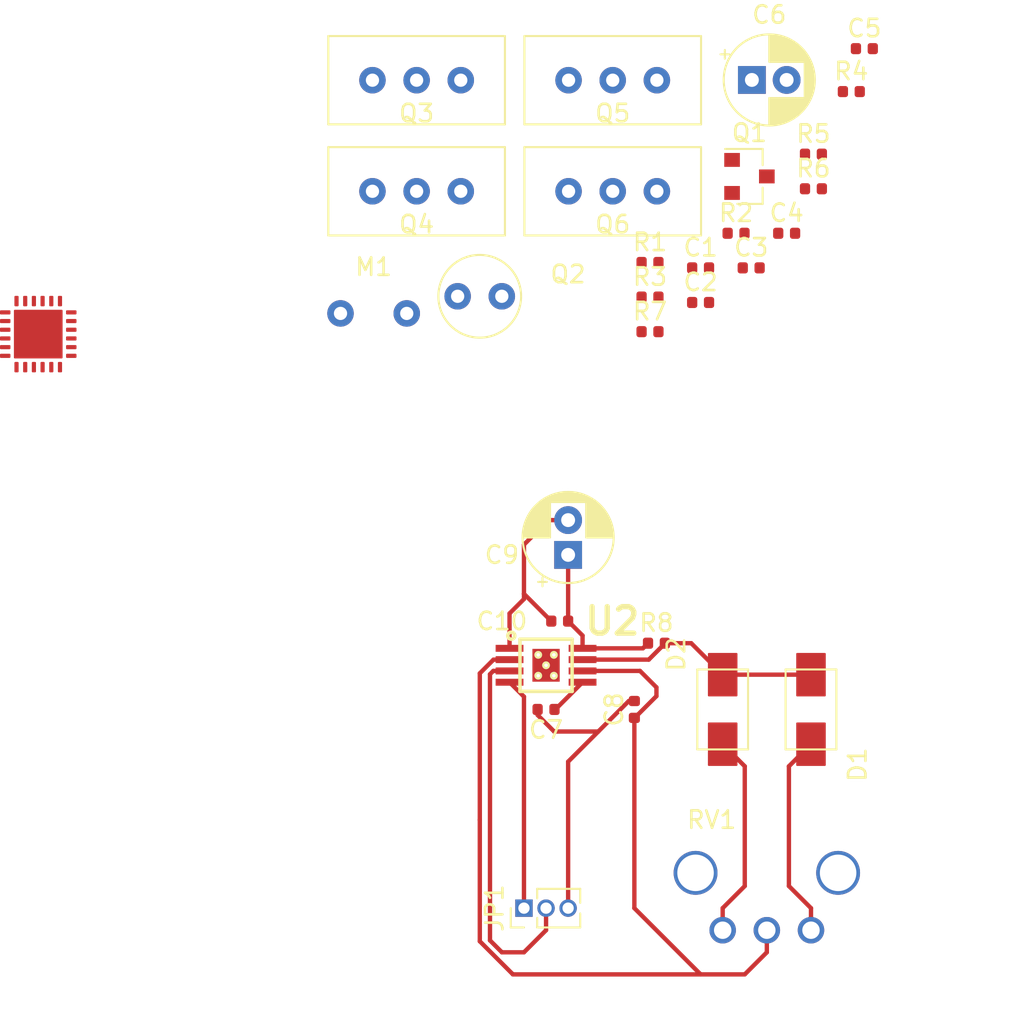
<source format=kicad_pcb>
(kicad_pcb (version 20171130) (host pcbnew "(5.1.6)-1")

  (general
    (thickness 1.6)
    (drawings 0)
    (tracks 60)
    (zones 0)
    (modules 31)
    (nets 30)
  )

  (page A4)
  (layers
    (0 F.Cu signal)
    (31 B.Cu signal)
    (32 B.Adhes user)
    (33 F.Adhes user)
    (34 B.Paste user)
    (35 F.Paste user)
    (36 B.SilkS user)
    (37 F.SilkS user)
    (38 B.Mask user)
    (39 F.Mask user)
    (40 Dwgs.User user)
    (41 Cmts.User user)
    (42 Eco1.User user)
    (43 Eco2.User user)
    (44 Edge.Cuts user)
    (45 Margin user)
    (46 B.CrtYd user)
    (47 F.CrtYd user)
    (48 B.Fab user)
    (49 F.Fab user)
  )

  (setup
    (last_trace_width 0.25)
    (trace_clearance 0.2)
    (zone_clearance 0.508)
    (zone_45_only no)
    (trace_min 0.2)
    (via_size 0.8)
    (via_drill 0.4)
    (via_min_size 0.4)
    (via_min_drill 0.3)
    (uvia_size 0.3)
    (uvia_drill 0.1)
    (uvias_allowed no)
    (uvia_min_size 0.2)
    (uvia_min_drill 0.1)
    (edge_width 0.1)
    (segment_width 0.2)
    (pcb_text_width 0.3)
    (pcb_text_size 1.5 1.5)
    (mod_edge_width 0.15)
    (mod_text_size 1 1)
    (mod_text_width 0.15)
    (pad_size 1.524 1.524)
    (pad_drill 0.762)
    (pad_to_mask_clearance 0)
    (aux_axis_origin 0 0)
    (visible_elements 7FFFFFFF)
    (pcbplotparams
      (layerselection 0x010fc_ffffffff)
      (usegerberextensions false)
      (usegerberattributes true)
      (usegerberadvancedattributes true)
      (creategerberjobfile true)
      (excludeedgelayer true)
      (linewidth 0.100000)
      (plotframeref false)
      (viasonmask false)
      (mode 1)
      (useauxorigin false)
      (hpglpennumber 1)
      (hpglpenspeed 20)
      (hpglpendiameter 15.000000)
      (psnegative false)
      (psa4output false)
      (plotreference true)
      (plotvalue true)
      (plotinvisibletext false)
      (padsonsilk false)
      (subtractmaskfromsilk false)
      (outputformat 1)
      (mirror false)
      (drillshape 1)
      (scaleselection 1)
      (outputdirectory ""))
  )

  (net 0 "")
  (net 1 CPL)
  (net 2 CPH)
  (net 3 DVDD)
  (net 4 SN)
  (net 5 AVDD)
  (net 6 "Net-(C4-Pad1)")
  (net 7 +24V)
  (net 8 "Net-(C7-Pad1)")
  (net 9 WIPER)
  (net 10 RESET)
  (net 11 "Net-(D1-Pad2)")
  (net 12 DISCH)
  (net 13 "Net-(D2-Pad1)")
  (net 14 DIR)
  (net 15 SH2)
  (net 16 SH1)
  (net 17 "Net-(Q1-Pad1)")
  (net 18 "Net-(Q1-Pad3)")
  (net 19 GH2)
  (net 20 GL2)
  (net 21 SP)
  (net 22 GL1)
  (net 23 GH1)
  (net 24 nFAULT)
  (net 25 VREF)
  (net 26 IDRIVE)
  (net 27 SNSOUT)
  (net 28 SO)
  (net 29 nSLEEP)

  (net_class Default "Esta é a classe de rede padrão."
    (clearance 0.2)
    (trace_width 0.25)
    (via_dia 0.8)
    (via_drill 0.4)
    (uvia_dia 0.3)
    (uvia_drill 0.1)
    (add_net +24V)
    (add_net AVDD)
    (add_net CPH)
    (add_net CPL)
    (add_net DIR)
    (add_net DISCH)
    (add_net DVDD)
    (add_net GH1)
    (add_net GH2)
    (add_net GL1)
    (add_net GL2)
    (add_net IDRIVE)
    (add_net "Net-(C4-Pad1)")
    (add_net "Net-(C7-Pad1)")
    (add_net "Net-(D1-Pad2)")
    (add_net "Net-(D2-Pad1)")
    (add_net "Net-(Q1-Pad1)")
    (add_net "Net-(Q1-Pad3)")
    (add_net RESET)
    (add_net SH1)
    (add_net SH2)
    (add_net SN)
    (add_net SNSOUT)
    (add_net SO)
    (add_net SP)
    (add_net VREF)
    (add_net WIPER)
    (add_net nFAULT)
    (add_net nSLEEP)
  )

  (module driver_4q_2k20:C_0402_1005Metric (layer F.Cu) (tedit 5B301BBE) (tstamp 5EDD38D2)
    (at 61.49 29.3)
    (descr "Capacitor SMD 0402 (1005 Metric), square (rectangular) end terminal, IPC_7351 nominal, (Body size source: http://www.tortai-tech.com/upload/download/2011102023233369053.pdf), generated with kicad-footprint-generator")
    (tags capacitor)
    (path /5EE6A706/5EEA9C18)
    (attr smd)
    (fp_text reference C5 (at 0 -1.17) (layer F.SilkS)
      (effects (font (size 1 1) (thickness 0.15)))
    )
    (fp_text value "0.1uF low-ESR ceramic" (at 0 1.17) (layer F.Fab)
      (effects (font (size 1 1) (thickness 0.15)))
    )
    (fp_line (start 0.93 0.47) (end -0.93 0.47) (layer F.CrtYd) (width 0.05))
    (fp_line (start 0.93 -0.47) (end 0.93 0.47) (layer F.CrtYd) (width 0.05))
    (fp_line (start -0.93 -0.47) (end 0.93 -0.47) (layer F.CrtYd) (width 0.05))
    (fp_line (start -0.93 0.47) (end -0.93 -0.47) (layer F.CrtYd) (width 0.05))
    (fp_line (start 0.5 0.25) (end -0.5 0.25) (layer F.Fab) (width 0.1))
    (fp_line (start 0.5 -0.25) (end 0.5 0.25) (layer F.Fab) (width 0.1))
    (fp_line (start -0.5 -0.25) (end 0.5 -0.25) (layer F.Fab) (width 0.1))
    (fp_line (start -0.5 0.25) (end -0.5 -0.25) (layer F.Fab) (width 0.1))
    (fp_text user %R (at 0 0) (layer F.Fab)
      (effects (font (size 0.25 0.25) (thickness 0.04)))
    )
    (pad 1 smd roundrect (at -0.485 0) (size 0.59 0.64) (layers F.Cu F.Paste F.Mask) (roundrect_rratio 0.25)
      (net 4 SN))
    (pad 2 smd roundrect (at 0.485 0) (size 0.59 0.64) (layers F.Cu F.Paste F.Mask) (roundrect_rratio 0.25)
      (net 7 +24V))
    (model ${KISYS3DMOD}/Capacitor_SMD.3dshapes/C_0402_1005Metric.wrl
      (at (xyz 0 0 0))
      (scale (xyz 1 1 1))
      (rotate (xyz 0 0 0))
    )
  )

  (module driver_4q_2k20:TI_DGN_S-PDSO-G8 (layer F.Cu) (tedit 5EDD2B73) (tstamp 5EDD3B3A)
    (at 43.18 64.77)
    (path /5EDC1083/5EDD1EAB)
    (fp_text reference U2 (at 3.81 -2.54) (layer F.SilkS)
      (effects (font (size 1.524 1.524) (thickness 0.3048)))
    )
    (fp_text value LM555 (at 0 3.81) (layer F.SilkS) hide
      (effects (font (size 1.524 1.524) (thickness 0.3048)))
    )
    (fp_circle (center -2 -1.7) (end -1.9 -1.7) (layer F.SilkS) (width 0.2032))
    (fp_line (start -1.5 -1.5) (end 1.5 -1.5) (layer F.SilkS) (width 0.2032))
    (fp_line (start 1.5 -1.5) (end 1.5 1.5) (layer F.SilkS) (width 0.2032))
    (fp_line (start 1.5 1.5) (end -1.5 1.5) (layer F.SilkS) (width 0.2032))
    (fp_line (start -1.5 1.5) (end -1.5 -1.5) (layer F.SilkS) (width 0.2032))
    (pad 1 smd rect (at -2.1 -0.975) (size 1.6 0.4) (layers F.Cu F.Paste F.Mask)
      (net 4 SN))
    (pad 2 smd rect (at -2.1 -0.325) (size 1.6 0.4) (layers F.Cu F.Paste F.Mask)
      (net 9 WIPER))
    (pad 3 smd rect (at -2.1 0.325) (size 1.6 0.4) (layers F.Cu F.Paste F.Mask)
      (net 14 DIR))
    (pad 4 smd rect (at -2.1 0.975) (size 1.6 0.4) (layers F.Cu F.Paste F.Mask)
      (net 10 RESET))
    (pad 5 smd rect (at 2.1 0.975) (size 1.6 0.4) (layers F.Cu F.Paste F.Mask)
      (net 8 "Net-(C7-Pad1)"))
    (pad 6 smd rect (at 2.1 0.325) (size 1.6 0.4) (layers F.Cu F.Paste F.Mask)
      (net 9 WIPER))
    (pad 7 smd rect (at 2.1 -0.325) (size 1.6 0.4) (layers F.Cu F.Paste F.Mask)
      (net 12 DISCH))
    (pad 8 smd rect (at 2.1 -0.975) (size 1.6 0.4) (layers F.Cu F.Paste F.Mask)
      (net 10 RESET))
    (pad 9 smd rect (at 0 0) (size 1.56972 1.88976) (layers F.Cu F.Paste F.Mask))
    (pad 9 thru_hole circle (at -0.45 -0.6) (size 0.45 0.45) (drill 0.2032) (layers *.Cu *.Mask F.SilkS))
    (pad 9 thru_hole circle (at 0.45 -0.6) (size 0.45 0.45) (drill 0.2032) (layers *.Cu *.Mask F.SilkS))
    (pad 9 thru_hole circle (at 0 0) (size 0.45 0.45) (drill 0.2032) (layers *.Cu *.Mask F.SilkS))
    (pad 9 thru_hole circle (at -0.45 0.6) (size 0.45 0.45) (drill 0.2032) (layers *.Cu *.Mask F.SilkS))
    (pad 9 thru_hole circle (at 0.45 0.6) (size 0.45 0.45) (drill 0.2032) (layers *.Cu *.Mask F.SilkS))
  )

  (module driver_4q_2k20:DRV8701 (layer F.Cu) (tedit 5E85D824) (tstamp 5EDD3B23)
    (at 13.97 45.72)
    (path /5EE6A706/5EEA9B9C)
    (fp_text reference U1 (at 0 -1.1) (layer F.Fab)
      (effects (font (size 0.2 0.2) (thickness 0.05)))
    )
    (fp_text value DRV8701E (at 0 1) (layer F.Fab)
      (effects (font (size 0.2 0.2) (thickness 0.05)))
    )
    (fp_line (start -2.1 -2.1) (end 2.1 -2.1) (layer F.Fab) (width 0.1))
    (fp_line (start 2.1 -2.1) (end 2.1 2.1) (layer F.Fab) (width 0.1))
    (fp_line (start 2.1 2.1) (end -2.1 2.1) (layer F.Fab) (width 0.1))
    (fp_line (start -2.1 2.1) (end -2.1 -2.1) (layer F.Fab) (width 0.1))
    (fp_circle (center -1.4 -1.4) (end -1.6 -1.6) (layer F.Fab) (width 0.12))
    (pad 25 smd roundrect (at 0 0) (size 2.8 2.8) (layers F.Cu F.Paste F.Mask) (roundrect_rratio 0.018))
    (pad 1 smd roundrect (at -1.9 -1.25) (size 0.6 0.24) (layers F.Cu F.Paste F.Mask) (roundrect_rratio 0.208)
      (net 7 +24V))
    (pad 2 smd roundrect (at -1.9 -0.75) (size 0.6 0.24) (layers F.Cu F.Paste F.Mask) (roundrect_rratio 0.208)
      (net 6 "Net-(C4-Pad1)"))
    (pad 3 smd roundrect (at -1.9 -0.25) (size 0.6 0.24) (layers F.Cu F.Paste F.Mask) (roundrect_rratio 0.208)
      (net 2 CPH))
    (pad 4 smd roundrect (at -1.9 0.25) (size 0.6 0.24) (layers F.Cu F.Paste F.Mask) (roundrect_rratio 0.208)
      (net 1 CPL))
    (pad 5 smd roundrect (at -1.9 0.75) (size 0.6 0.24) (layers F.Cu F.Paste F.Mask) (roundrect_rratio 0.208)
      (net 4 SN))
    (pad 6 smd roundrect (at -1.9 1.25) (size 0.6 0.24) (layers F.Cu F.Paste F.Mask) (roundrect_rratio 0.208)
      (net 25 VREF))
    (pad 7 smd roundrect (at -1.25 1.9 90) (size 0.6 0.24) (layers F.Cu F.Paste F.Mask) (roundrect_rratio 0.208)
      (net 5 AVDD))
    (pad 8 smd roundrect (at -0.75 1.9 90) (size 0.6 0.24) (layers F.Cu F.Paste F.Mask) (roundrect_rratio 0.208)
      (net 3 DVDD))
    (pad 9 smd roundrect (at -0.25 1.9 90) (size 0.6 0.24) (layers F.Cu F.Paste F.Mask) (roundrect_rratio 0.208)
      (net 24 nFAULT))
    (pad 10 smd roundrect (at 0.25 1.9 90) (size 0.6 0.24) (layers F.Cu F.Paste F.Mask) (roundrect_rratio 0.208)
      (net 27 SNSOUT))
    (pad 11 smd roundrect (at 0.75 1.9 90) (size 0.6 0.24) (layers F.Cu F.Paste F.Mask) (roundrect_rratio 0.208)
      (net 28 SO))
    (pad 12 smd roundrect (at 1.25 1.9 90) (size 0.6 0.24) (layers F.Cu F.Paste F.Mask) (roundrect_rratio 0.208)
      (net 26 IDRIVE))
    (pad 13 smd roundrect (at 1.9 1.25 180) (size 0.6 0.24) (layers F.Cu F.Paste F.Mask) (roundrect_rratio 0.208)
      (net 29 nSLEEP))
    (pad 14 smd roundrect (at 1.9 0.75 180) (size 0.6 0.24) (layers F.Cu F.Paste F.Mask) (roundrect_rratio 0.208)
      (net 14 DIR))
    (pad 15 smd roundrect (at 1.9 0.25 180) (size 0.6 0.24) (layers F.Cu F.Paste F.Mask) (roundrect_rratio 0.208)
      (net 14 DIR))
    (pad 16 smd roundrect (at 1.9 -0.25 180) (size 0.6 0.24) (layers F.Cu F.Paste F.Mask) (roundrect_rratio 0.208))
    (pad 17 smd roundrect (at 1.9 -0.75 180) (size 0.6 0.24) (layers F.Cu F.Paste F.Mask) (roundrect_rratio 0.208)
      (net 23 GH1))
    (pad 18 smd roundrect (at 1.9 -1.25 180) (size 0.6 0.24) (layers F.Cu F.Paste F.Mask) (roundrect_rratio 0.208)
      (net 16 SH1))
    (pad 19 smd roundrect (at 1.25 -1.9 270) (size 0.6 0.24) (layers F.Cu F.Paste F.Mask) (roundrect_rratio 0.208)
      (net 22 GL1))
    (pad 20 smd roundrect (at 0.75 -1.9 270) (size 0.6 0.24) (layers F.Cu F.Paste F.Mask) (roundrect_rratio 0.208)
      (net 4 SN))
    (pad 21 smd roundrect (at 0.25 -1.9 270) (size 0.6 0.24) (layers F.Cu F.Paste F.Mask) (roundrect_rratio 0.208)
      (net 21 SP))
    (pad 22 smd roundrect (at -0.25 -1.9 270) (size 0.6 0.24) (layers F.Cu F.Paste F.Mask) (roundrect_rratio 0.208)
      (net 20 GL2))
    (pad 23 smd roundrect (at -0.75 -1.9 270) (size 0.6 0.24) (layers F.Cu F.Paste F.Mask) (roundrect_rratio 0.208)
      (net 15 SH2))
    (pad 24 smd roundrect (at -1.25 -1.9 270) (size 0.6 0.24) (layers F.Cu F.Paste F.Mask) (roundrect_rratio 0.208)
      (net 19 GH2))
  )

  (module driver_4q_2k20:RK09D111 (layer F.Cu) (tedit 5EDD2E63) (tstamp 5EDD3B01)
    (at 55.88 80.01)
    (path /5EDC1083/5EDDAE36)
    (fp_text reference RV1 (at -3.175 -6.35) (layer F.SilkS)
      (effects (font (size 1 1) (thickness 0.15)))
    )
    (fp_text value 5k (at -1.27 -8.255) (layer F.Fab)
      (effects (font (size 1 1) (thickness 0.15)))
    )
    (pad "" thru_hole circle (at -4.1 -3.3) (size 2.524 2.524) (drill 2.1) (layers *.Cu *.Mask))
    (pad "" thru_hole circle (at 4.1 -3.3) (size 2.524 2.524) (drill 2.1) (layers *.Cu *.Mask))
    (pad 3 thru_hole circle (at 2.54 0) (size 1.524 1.524) (drill 1) (layers *.Cu *.Mask)
      (net 11 "Net-(D1-Pad2)"))
    (pad 2 thru_hole circle (at 0 0) (size 1.524 1.524) (drill 1) (layers *.Cu *.Mask)
      (net 9 WIPER))
    (pad 1 thru_hole circle (at -2.54 0) (size 1.524 1.524) (drill 1) (layers *.Cu *.Mask)
      (net 13 "Net-(D2-Pad1)"))
  )

  (module driver_4q_2k20:C_0402_1005Metric (layer F.Cu) (tedit 5B301BBE) (tstamp 5EDD3AF8)
    (at 49.53 63.5)
    (descr "Capacitor SMD 0402 (1005 Metric), square (rectangular) end terminal, IPC_7351 nominal, (Body size source: http://www.tortai-tech.com/upload/download/2011102023233369053.pdf), generated with kicad-footprint-generator")
    (tags capacitor)
    (path /5EDC1083/5EDDCA99)
    (attr smd)
    (fp_text reference R8 (at 0 -1.17) (layer F.SilkS)
      (effects (font (size 1 1) (thickness 0.15)))
    )
    (fp_text value 1k (at 0 1.17) (layer F.Fab)
      (effects (font (size 1 1) (thickness 0.15)))
    )
    (fp_line (start -0.5 0.25) (end -0.5 -0.25) (layer F.Fab) (width 0.1))
    (fp_line (start -0.5 -0.25) (end 0.5 -0.25) (layer F.Fab) (width 0.1))
    (fp_line (start 0.5 -0.25) (end 0.5 0.25) (layer F.Fab) (width 0.1))
    (fp_line (start 0.5 0.25) (end -0.5 0.25) (layer F.Fab) (width 0.1))
    (fp_line (start -0.93 0.47) (end -0.93 -0.47) (layer F.CrtYd) (width 0.05))
    (fp_line (start -0.93 -0.47) (end 0.93 -0.47) (layer F.CrtYd) (width 0.05))
    (fp_line (start 0.93 -0.47) (end 0.93 0.47) (layer F.CrtYd) (width 0.05))
    (fp_line (start 0.93 0.47) (end -0.93 0.47) (layer F.CrtYd) (width 0.05))
    (fp_text user %R (at 0 0) (layer F.Fab)
      (effects (font (size 0.25 0.25) (thickness 0.04)))
    )
    (pad 1 smd roundrect (at -0.485 0) (size 0.59 0.64) (layers F.Cu F.Paste F.Mask) (roundrect_rratio 0.25)
      (net 10 RESET))
    (pad 2 smd roundrect (at 0.485 0) (size 0.59 0.64) (layers F.Cu F.Paste F.Mask) (roundrect_rratio 0.25)
      (net 12 DISCH))
    (model ${KISYS3DMOD}/Capacitor_SMD.3dshapes/C_0402_1005Metric.wrl
      (at (xyz 0 0 0))
      (scale (xyz 1 1 1))
      (rotate (xyz 0 0 0))
    )
  )

  (module driver_4q_2k20:R_0402_1005Metric (layer F.Cu) (tedit 5B301BBD) (tstamp 5EDD3AE9)
    (at 49.16 45.58)
    (descr "Resistor SMD 0402 (1005 Metric), square (rectangular) end terminal, IPC_7351 nominal, (Body size source: http://www.tortai-tech.com/upload/download/2011102023233369053.pdf), generated with kicad-footprint-generator")
    (tags resistor)
    (path /5EE6A706/5EEA9BEF)
    (attr smd)
    (fp_text reference R7 (at 0 -1.17) (layer F.SilkS)
      (effects (font (size 1 1) (thickness 0.15)))
    )
    (fp_text value 50mΩ (at 0 1.17) (layer F.Fab)
      (effects (font (size 1 1) (thickness 0.15)))
    )
    (fp_line (start -0.5 0.25) (end -0.5 -0.25) (layer F.Fab) (width 0.1))
    (fp_line (start -0.5 -0.25) (end 0.5 -0.25) (layer F.Fab) (width 0.1))
    (fp_line (start 0.5 -0.25) (end 0.5 0.25) (layer F.Fab) (width 0.1))
    (fp_line (start 0.5 0.25) (end -0.5 0.25) (layer F.Fab) (width 0.1))
    (fp_line (start -0.93 0.47) (end -0.93 -0.47) (layer F.CrtYd) (width 0.05))
    (fp_line (start -0.93 -0.47) (end 0.93 -0.47) (layer F.CrtYd) (width 0.05))
    (fp_line (start 0.93 -0.47) (end 0.93 0.47) (layer F.CrtYd) (width 0.05))
    (fp_line (start 0.93 0.47) (end -0.93 0.47) (layer F.CrtYd) (width 0.05))
    (fp_text user %R (at 0 0) (layer F.Fab)
      (effects (font (size 0.25 0.25) (thickness 0.04)))
    )
    (pad 1 smd roundrect (at -0.485 0) (size 0.59 0.64) (layers F.Cu F.Paste F.Mask) (roundrect_rratio 0.25)
      (net 21 SP))
    (pad 2 smd roundrect (at 0.485 0) (size 0.59 0.64) (layers F.Cu F.Paste F.Mask) (roundrect_rratio 0.25)
      (net 4 SN))
    (model ${KISYS3DMOD}/Resistor_SMD.3dshapes/R_0402_1005Metric.wrl
      (at (xyz 0 0 0))
      (scale (xyz 1 1 1))
      (rotate (xyz 0 0 0))
    )
  )

  (module driver_4q_2k20:C_0402_1005Metric (layer F.Cu) (tedit 5B301BBE) (tstamp 5EDD3ADA)
    (at 58.56 37.36)
    (descr "Capacitor SMD 0402 (1005 Metric), square (rectangular) end terminal, IPC_7351 nominal, (Body size source: http://www.tortai-tech.com/upload/download/2011102023233369053.pdf), generated with kicad-footprint-generator")
    (tags capacitor)
    (path /5EE6A706/5EEA9CF0)
    (attr smd)
    (fp_text reference R6 (at 0 -1.17) (layer F.SilkS)
      (effects (font (size 1 1) (thickness 0.15)))
    )
    (fp_text value 200K (at 0 1.17) (layer F.Fab)
      (effects (font (size 1 1) (thickness 0.15)))
    )
    (fp_line (start -0.5 0.25) (end -0.5 -0.25) (layer F.Fab) (width 0.1))
    (fp_line (start -0.5 -0.25) (end 0.5 -0.25) (layer F.Fab) (width 0.1))
    (fp_line (start 0.5 -0.25) (end 0.5 0.25) (layer F.Fab) (width 0.1))
    (fp_line (start 0.5 0.25) (end -0.5 0.25) (layer F.Fab) (width 0.1))
    (fp_line (start -0.93 0.47) (end -0.93 -0.47) (layer F.CrtYd) (width 0.05))
    (fp_line (start -0.93 -0.47) (end 0.93 -0.47) (layer F.CrtYd) (width 0.05))
    (fp_line (start 0.93 -0.47) (end 0.93 0.47) (layer F.CrtYd) (width 0.05))
    (fp_line (start 0.93 0.47) (end -0.93 0.47) (layer F.CrtYd) (width 0.05))
    (fp_text user %R (at 0 0) (layer F.Fab)
      (effects (font (size 0.25 0.25) (thickness 0.04)))
    )
    (pad 1 smd roundrect (at -0.485 0) (size 0.59 0.64) (layers F.Cu F.Paste F.Mask) (roundrect_rratio 0.25)
      (net 26 IDRIVE))
    (pad 2 smd roundrect (at 0.485 0) (size 0.59 0.64) (layers F.Cu F.Paste F.Mask) (roundrect_rratio 0.25)
      (net 4 SN))
    (model ${KISYS3DMOD}/Capacitor_SMD.3dshapes/C_0402_1005Metric.wrl
      (at (xyz 0 0 0))
      (scale (xyz 1 1 1))
      (rotate (xyz 0 0 0))
    )
  )

  (module driver_4q_2k20:C_0402_1005Metric (layer F.Cu) (tedit 5B301BBE) (tstamp 5EDD3ACB)
    (at 58.56 35.37)
    (descr "Capacitor SMD 0402 (1005 Metric), square (rectangular) end terminal, IPC_7351 nominal, (Body size source: http://www.tortai-tech.com/upload/download/2011102023233369053.pdf), generated with kicad-footprint-generator")
    (tags capacitor)
    (path /5EE6A706/5EEA9CC5)
    (attr smd)
    (fp_text reference R5 (at 0 -1.17) (layer F.SilkS)
      (effects (font (size 1 1) (thickness 0.15)))
    )
    (fp_text value 150 (at 0 1.17) (layer F.Fab)
      (effects (font (size 1 1) (thickness 0.15)))
    )
    (fp_line (start -0.5 0.25) (end -0.5 -0.25) (layer F.Fab) (width 0.1))
    (fp_line (start -0.5 -0.25) (end 0.5 -0.25) (layer F.Fab) (width 0.1))
    (fp_line (start 0.5 -0.25) (end 0.5 0.25) (layer F.Fab) (width 0.1))
    (fp_line (start 0.5 0.25) (end -0.5 0.25) (layer F.Fab) (width 0.1))
    (fp_line (start -0.93 0.47) (end -0.93 -0.47) (layer F.CrtYd) (width 0.05))
    (fp_line (start -0.93 -0.47) (end 0.93 -0.47) (layer F.CrtYd) (width 0.05))
    (fp_line (start 0.93 -0.47) (end 0.93 0.47) (layer F.CrtYd) (width 0.05))
    (fp_line (start 0.93 0.47) (end -0.93 0.47) (layer F.CrtYd) (width 0.05))
    (fp_text user %R (at 0 0) (layer F.Fab)
      (effects (font (size 0.25 0.25) (thickness 0.04)))
    )
    (pad 1 smd roundrect (at -0.485 0) (size 0.59 0.64) (layers F.Cu F.Paste F.Mask) (roundrect_rratio 0.25)
      (net 10 RESET))
    (pad 2 smd roundrect (at 0.485 0) (size 0.59 0.64) (layers F.Cu F.Paste F.Mask) (roundrect_rratio 0.25)
      (net 18 "Net-(Q1-Pad3)"))
    (model ${KISYS3DMOD}/Capacitor_SMD.3dshapes/C_0402_1005Metric.wrl
      (at (xyz 0 0 0))
      (scale (xyz 1 1 1))
      (rotate (xyz 0 0 0))
    )
  )

  (module driver_4q_2k20:R_0402_1005Metric (layer F.Cu) (tedit 5B301BBD) (tstamp 5EDD3ABC)
    (at 60.74 31.77)
    (descr "Resistor SMD 0402 (1005 Metric), square (rectangular) end terminal, IPC_7351 nominal, (Body size source: http://www.tortai-tech.com/upload/download/2011102023233369053.pdf), generated with kicad-footprint-generator")
    (tags resistor)
    (path /5EE6A706/5EEA9C70)
    (attr smd)
    (fp_text reference R4 (at 0 -1.17) (layer F.SilkS)
      (effects (font (size 1 1) (thickness 0.15)))
    )
    (fp_text value 13.7k (at 0 1.17) (layer F.Fab)
      (effects (font (size 1 1) (thickness 0.15)))
    )
    (fp_line (start -0.5 0.25) (end -0.5 -0.25) (layer F.Fab) (width 0.1))
    (fp_line (start -0.5 -0.25) (end 0.5 -0.25) (layer F.Fab) (width 0.1))
    (fp_line (start 0.5 -0.25) (end 0.5 0.25) (layer F.Fab) (width 0.1))
    (fp_line (start 0.5 0.25) (end -0.5 0.25) (layer F.Fab) (width 0.1))
    (fp_line (start -0.93 0.47) (end -0.93 -0.47) (layer F.CrtYd) (width 0.05))
    (fp_line (start -0.93 -0.47) (end 0.93 -0.47) (layer F.CrtYd) (width 0.05))
    (fp_line (start 0.93 -0.47) (end 0.93 0.47) (layer F.CrtYd) (width 0.05))
    (fp_line (start 0.93 0.47) (end -0.93 0.47) (layer F.CrtYd) (width 0.05))
    (fp_text user %R (at 0 0) (layer F.Fab)
      (effects (font (size 0.25 0.25) (thickness 0.04)))
    )
    (pad 1 smd roundrect (at -0.485 0) (size 0.59 0.64) (layers F.Cu F.Paste F.Mask) (roundrect_rratio 0.25)
      (net 4 SN))
    (pad 2 smd roundrect (at 0.485 0) (size 0.59 0.64) (layers F.Cu F.Paste F.Mask) (roundrect_rratio 0.25)
      (net 25 VREF))
    (model ${KISYS3DMOD}/Resistor_SMD.3dshapes/R_0402_1005Metric.wrl
      (at (xyz 0 0 0))
      (scale (xyz 1 1 1))
      (rotate (xyz 0 0 0))
    )
  )

  (module driver_4q_2k20:C_0402_1005Metric (layer F.Cu) (tedit 5B301BBE) (tstamp 5EDD3AAD)
    (at 49.16 43.59)
    (descr "Capacitor SMD 0402 (1005 Metric), square (rectangular) end terminal, IPC_7351 nominal, (Body size source: http://www.tortai-tech.com/upload/download/2011102023233369053.pdf), generated with kicad-footprint-generator")
    (tags capacitor)
    (path /5EE6A706/5EEA9CAC)
    (attr smd)
    (fp_text reference R3 (at 0 -1.17) (layer F.SilkS)
      (effects (font (size 1 1) (thickness 0.15)))
    )
    (fp_text value 1k (at 0 1.17) (layer F.Fab)
      (effects (font (size 1 1) (thickness 0.15)))
    )
    (fp_line (start -0.5 0.25) (end -0.5 -0.25) (layer F.Fab) (width 0.1))
    (fp_line (start -0.5 -0.25) (end 0.5 -0.25) (layer F.Fab) (width 0.1))
    (fp_line (start 0.5 -0.25) (end 0.5 0.25) (layer F.Fab) (width 0.1))
    (fp_line (start 0.5 0.25) (end -0.5 0.25) (layer F.Fab) (width 0.1))
    (fp_line (start -0.93 0.47) (end -0.93 -0.47) (layer F.CrtYd) (width 0.05))
    (fp_line (start -0.93 -0.47) (end 0.93 -0.47) (layer F.CrtYd) (width 0.05))
    (fp_line (start 0.93 -0.47) (end 0.93 0.47) (layer F.CrtYd) (width 0.05))
    (fp_line (start 0.93 0.47) (end -0.93 0.47) (layer F.CrtYd) (width 0.05))
    (fp_text user %R (at 0 0) (layer F.Fab)
      (effects (font (size 0.25 0.25) (thickness 0.04)))
    )
    (pad 1 smd roundrect (at -0.485 0) (size 0.59 0.64) (layers F.Cu F.Paste F.Mask) (roundrect_rratio 0.25)
      (net 24 nFAULT))
    (pad 2 smd roundrect (at 0.485 0) (size 0.59 0.64) (layers F.Cu F.Paste F.Mask) (roundrect_rratio 0.25)
      (net 17 "Net-(Q1-Pad1)"))
    (model ${KISYS3DMOD}/Capacitor_SMD.3dshapes/C_0402_1005Metric.wrl
      (at (xyz 0 0 0))
      (scale (xyz 1 1 1))
      (rotate (xyz 0 0 0))
    )
  )

  (module driver_4q_2k20:R_0402_1005Metric (layer F.Cu) (tedit 5B301BBD) (tstamp 5EDD3A9E)
    (at 54.11 39.92)
    (descr "Resistor SMD 0402 (1005 Metric), square (rectangular) end terminal, IPC_7351 nominal, (Body size source: http://www.tortai-tech.com/upload/download/2011102023233369053.pdf), generated with kicad-footprint-generator")
    (tags resistor)
    (path /5EE6A706/5EEA9C69)
    (attr smd)
    (fp_text reference R2 (at 0 -1.17) (layer F.SilkS)
      (effects (font (size 1 1) (thickness 0.15)))
    )
    (fp_text value 10.2k (at 0 1.17) (layer F.Fab)
      (effects (font (size 1 1) (thickness 0.15)))
    )
    (fp_line (start -0.5 0.25) (end -0.5 -0.25) (layer F.Fab) (width 0.1))
    (fp_line (start -0.5 -0.25) (end 0.5 -0.25) (layer F.Fab) (width 0.1))
    (fp_line (start 0.5 -0.25) (end 0.5 0.25) (layer F.Fab) (width 0.1))
    (fp_line (start 0.5 0.25) (end -0.5 0.25) (layer F.Fab) (width 0.1))
    (fp_line (start -0.93 0.47) (end -0.93 -0.47) (layer F.CrtYd) (width 0.05))
    (fp_line (start -0.93 -0.47) (end 0.93 -0.47) (layer F.CrtYd) (width 0.05))
    (fp_line (start 0.93 -0.47) (end 0.93 0.47) (layer F.CrtYd) (width 0.05))
    (fp_line (start 0.93 0.47) (end -0.93 0.47) (layer F.CrtYd) (width 0.05))
    (fp_text user %R (at 0 0) (layer F.Fab)
      (effects (font (size 0.25 0.25) (thickness 0.04)))
    )
    (pad 1 smd roundrect (at -0.485 0) (size 0.59 0.64) (layers F.Cu F.Paste F.Mask) (roundrect_rratio 0.25)
      (net 25 VREF))
    (pad 2 smd roundrect (at 0.485 0) (size 0.59 0.64) (layers F.Cu F.Paste F.Mask) (roundrect_rratio 0.25)
      (net 5 AVDD))
    (model ${KISYS3DMOD}/Resistor_SMD.3dshapes/R_0402_1005Metric.wrl
      (at (xyz 0 0 0))
      (scale (xyz 1 1 1))
      (rotate (xyz 0 0 0))
    )
  )

  (module driver_4q_2k20:R_0402_1005Metric (layer F.Cu) (tedit 5B301BBD) (tstamp 5EDD3A8F)
    (at 49.16 41.6)
    (descr "Resistor SMD 0402 (1005 Metric), square (rectangular) end terminal, IPC_7351 nominal, (Body size source: http://www.tortai-tech.com/upload/download/2011102023233369053.pdf), generated with kicad-footprint-generator")
    (tags resistor)
    (path /5EE6A706/5EEA9C8B)
    (attr smd)
    (fp_text reference R1 (at 0 -1.17) (layer F.SilkS)
      (effects (font (size 1 1) (thickness 0.15)))
    )
    (fp_text value 10kΩ (at 0 1.17) (layer F.Fab)
      (effects (font (size 1 1) (thickness 0.15)))
    )
    (fp_line (start -0.5 0.25) (end -0.5 -0.25) (layer F.Fab) (width 0.1))
    (fp_line (start -0.5 -0.25) (end 0.5 -0.25) (layer F.Fab) (width 0.1))
    (fp_line (start 0.5 -0.25) (end 0.5 0.25) (layer F.Fab) (width 0.1))
    (fp_line (start 0.5 0.25) (end -0.5 0.25) (layer F.Fab) (width 0.1))
    (fp_line (start -0.93 0.47) (end -0.93 -0.47) (layer F.CrtYd) (width 0.05))
    (fp_line (start -0.93 -0.47) (end 0.93 -0.47) (layer F.CrtYd) (width 0.05))
    (fp_line (start 0.93 -0.47) (end 0.93 0.47) (layer F.CrtYd) (width 0.05))
    (fp_line (start 0.93 0.47) (end -0.93 0.47) (layer F.CrtYd) (width 0.05))
    (fp_text user %R (at 0 0) (layer F.Fab)
      (effects (font (size 0.25 0.25) (thickness 0.04)))
    )
    (pad 1 smd roundrect (at -0.485 0) (size 0.59 0.64) (layers F.Cu F.Paste F.Mask) (roundrect_rratio 0.25)
      (net 24 nFAULT))
    (pad 2 smd roundrect (at 0.485 0) (size 0.59 0.64) (layers F.Cu F.Paste F.Mask) (roundrect_rratio 0.25)
      (net 3 DVDD))
    (model ${KISYS3DMOD}/Resistor_SMD.3dshapes/R_0402_1005Metric.wrl
      (at (xyz 0 0 0))
      (scale (xyz 1 1 1))
      (rotate (xyz 0 0 0))
    )
  )

  (module driver_4q_2k20:IPAN70R600P7S (layer F.Cu) (tedit 5ECB4EF2) (tstamp 5EDD3A80)
    (at 47.015 34.964999)
    (path /5EE6A706/5EEA9BC1)
    (fp_text reference Q6 (at 0 4.445) (layer F.SilkS)
      (effects (font (size 1 1) (thickness 0.15)))
    )
    (fp_text value IPAN70R600P7S (at 0 -0.5) (layer F.Fab)
      (effects (font (size 1 1) (thickness 0.15)))
    )
    (fp_line (start -5.08 0) (end 5.08 0) (layer F.SilkS) (width 0.12))
    (fp_line (start 5.08 0) (end 5.08 5.08) (layer F.SilkS) (width 0.12))
    (fp_line (start 5.08 5.08) (end -5.08 5.08) (layer F.SilkS) (width 0.12))
    (fp_line (start -5.08 5.08) (end -5.08 0) (layer F.SilkS) (width 0.12))
    (pad 1 thru_hole circle (at -2.54 2.54) (size 1.524 1.524) (drill 0.762) (layers *.Cu *.Mask)
      (net 23 GH1))
    (pad 2 thru_hole circle (at 0 2.54) (size 1.524 1.524) (drill 0.762) (layers *.Cu *.Mask)
      (net 7 +24V))
    (pad 3 thru_hole circle (at 2.54 2.54) (size 1.524 1.524) (drill 0.762) (layers *.Cu *.Mask)
      (net 16 SH1))
  )

  (module driver_4q_2k20:IPAN70R600P7S (layer F.Cu) (tedit 5ECB4EF2) (tstamp 5EDD3A75)
    (at 47.015 28.574999)
    (path /5EE6A706/5EEA9BBB)
    (fp_text reference Q5 (at 0 4.445) (layer F.SilkS)
      (effects (font (size 1 1) (thickness 0.15)))
    )
    (fp_text value IPAN70R600P7S (at 0 -0.5) (layer F.Fab)
      (effects (font (size 1 1) (thickness 0.15)))
    )
    (fp_line (start -5.08 0) (end 5.08 0) (layer F.SilkS) (width 0.12))
    (fp_line (start 5.08 0) (end 5.08 5.08) (layer F.SilkS) (width 0.12))
    (fp_line (start 5.08 5.08) (end -5.08 5.08) (layer F.SilkS) (width 0.12))
    (fp_line (start -5.08 5.08) (end -5.08 0) (layer F.SilkS) (width 0.12))
    (pad 1 thru_hole circle (at -2.54 2.54) (size 1.524 1.524) (drill 0.762) (layers *.Cu *.Mask)
      (net 22 GL1))
    (pad 2 thru_hole circle (at 0 2.54) (size 1.524 1.524) (drill 0.762) (layers *.Cu *.Mask)
      (net 16 SH1))
    (pad 3 thru_hole circle (at 2.54 2.54) (size 1.524 1.524) (drill 0.762) (layers *.Cu *.Mask)
      (net 21 SP))
  )

  (module driver_4q_2k20:IPAN70R600P7S (layer F.Cu) (tedit 5ECB4EF2) (tstamp 5EDD3A6A)
    (at 35.735 34.964999)
    (path /5EE6A706/5EEA9BB4)
    (fp_text reference Q4 (at 0 4.445) (layer F.SilkS)
      (effects (font (size 1 1) (thickness 0.15)))
    )
    (fp_text value IPAN70R600P7S (at 0 -0.5) (layer F.Fab)
      (effects (font (size 1 1) (thickness 0.15)))
    )
    (fp_line (start -5.08 0) (end 5.08 0) (layer F.SilkS) (width 0.12))
    (fp_line (start 5.08 0) (end 5.08 5.08) (layer F.SilkS) (width 0.12))
    (fp_line (start 5.08 5.08) (end -5.08 5.08) (layer F.SilkS) (width 0.12))
    (fp_line (start -5.08 5.08) (end -5.08 0) (layer F.SilkS) (width 0.12))
    (pad 1 thru_hole circle (at -2.54 2.54) (size 1.524 1.524) (drill 0.762) (layers *.Cu *.Mask)
      (net 20 GL2))
    (pad 2 thru_hole circle (at 0 2.54) (size 1.524 1.524) (drill 0.762) (layers *.Cu *.Mask)
      (net 15 SH2))
    (pad 3 thru_hole circle (at 2.54 2.54) (size 1.524 1.524) (drill 0.762) (layers *.Cu *.Mask)
      (net 21 SP))
  )

  (module driver_4q_2k20:IPAN70R600P7S (layer F.Cu) (tedit 5ECB4EF2) (tstamp 5EDD3A5F)
    (at 35.735 28.574999)
    (path /5EE6A706/5EEA9BAE)
    (fp_text reference Q3 (at 0 4.445) (layer F.SilkS)
      (effects (font (size 1 1) (thickness 0.15)))
    )
    (fp_text value IPAN70R600P7S (at 0 -0.5) (layer F.Fab)
      (effects (font (size 1 1) (thickness 0.15)))
    )
    (fp_line (start -5.08 0) (end 5.08 0) (layer F.SilkS) (width 0.12))
    (fp_line (start 5.08 0) (end 5.08 5.08) (layer F.SilkS) (width 0.12))
    (fp_line (start 5.08 5.08) (end -5.08 5.08) (layer F.SilkS) (width 0.12))
    (fp_line (start -5.08 5.08) (end -5.08 0) (layer F.SilkS) (width 0.12))
    (pad 1 thru_hole circle (at -2.54 2.54) (size 1.524 1.524) (drill 0.762) (layers *.Cu *.Mask)
      (net 19 GH2))
    (pad 2 thru_hole circle (at 0 2.54) (size 1.524 1.524) (drill 0.762) (layers *.Cu *.Mask)
      (net 7 +24V))
    (pad 3 thru_hole circle (at 2.54 2.54) (size 1.524 1.524) (drill 0.762) (layers *.Cu *.Mask)
      (net 15 SH2))
  )

  (module driver_4q_2k20:LTL-10224W-RED (layer F.Cu) (tedit 5EDD2938) (tstamp 5EDD3A54)
    (at 39.365 43.545)
    (path /5EE6A706/5EEA9CCF)
    (fp_text reference Q2 (at 5.08 -1.27) (layer F.SilkS)
      (effects (font (size 1 1) (thickness 0.15)))
    )
    (fp_text value "FAULT RED LED" (at 7.62 -3.175) (layer F.Fab)
      (effects (font (size 1 1) (thickness 0.15)))
    )
    (fp_circle (center 0 0) (end 2.38 0) (layer F.SilkS) (width 0.12))
    (pad 2 thru_hole circle (at 1.27 0) (size 1.524 1.524) (drill 0.762) (layers *.Cu *.Mask)
      (net 4 SN))
    (pad 1 thru_hole circle (at -1.27 0) (size 1.524 1.524) (drill 0.762) (layers *.Cu *.Mask)
      (net 18 "Net-(Q1-Pad3)"))
  )

  (module driver_4q_2k20:SOT-23 (layer F.Cu) (tedit 5A02FF57) (tstamp 5EDD3A4D)
    (at 54.88 36.65)
    (descr "SOT-23, Standard")
    (tags SOT-23)
    (path /5EE6A706/5EEA9CB9)
    (attr smd)
    (fp_text reference Q1 (at 0 -2.5) (layer F.SilkS)
      (effects (font (size 1 1) (thickness 0.15)))
    )
    (fp_text value Transistor_NPN (at 0 2.5) (layer F.Fab)
      (effects (font (size 1 1) (thickness 0.15)))
    )
    (fp_line (start -0.7 -0.95) (end -0.7 1.5) (layer F.Fab) (width 0.1))
    (fp_line (start -0.15 -1.52) (end 0.7 -1.52) (layer F.Fab) (width 0.1))
    (fp_line (start -0.7 -0.95) (end -0.15 -1.52) (layer F.Fab) (width 0.1))
    (fp_line (start 0.7 -1.52) (end 0.7 1.52) (layer F.Fab) (width 0.1))
    (fp_line (start -0.7 1.52) (end 0.7 1.52) (layer F.Fab) (width 0.1))
    (fp_line (start 0.76 1.58) (end 0.76 0.65) (layer F.SilkS) (width 0.12))
    (fp_line (start 0.76 -1.58) (end 0.76 -0.65) (layer F.SilkS) (width 0.12))
    (fp_line (start -1.7 -1.75) (end 1.7 -1.75) (layer F.CrtYd) (width 0.05))
    (fp_line (start 1.7 -1.75) (end 1.7 1.75) (layer F.CrtYd) (width 0.05))
    (fp_line (start 1.7 1.75) (end -1.7 1.75) (layer F.CrtYd) (width 0.05))
    (fp_line (start -1.7 1.75) (end -1.7 -1.75) (layer F.CrtYd) (width 0.05))
    (fp_line (start 0.76 -1.58) (end -1.4 -1.58) (layer F.SilkS) (width 0.12))
    (fp_line (start 0.76 1.58) (end -0.7 1.58) (layer F.SilkS) (width 0.12))
    (fp_text user %R (at 0 0 90) (layer F.Fab)
      (effects (font (size 0.5 0.5) (thickness 0.075)))
    )
    (pad 1 smd rect (at -1 -0.95) (size 0.9 0.8) (layers F.Cu F.Paste F.Mask)
      (net 17 "Net-(Q1-Pad1)"))
    (pad 2 smd rect (at -1 0.95) (size 0.9 0.8) (layers F.Cu F.Paste F.Mask)
      (net 4 SN))
    (pad 3 smd rect (at 1 0) (size 0.9 0.8) (layers F.Cu F.Paste F.Mask)
      (net 18 "Net-(Q1-Pad3)"))
    (model ${KISYS3DMOD}/Package_TO_SOT_SMD.3dshapes/SOT-23.wrl
      (at (xyz 0 0 0))
      (scale (xyz 1 1 1))
      (rotate (xyz 0 0 0))
    )
  )

  (module "driver_4q_2k20:Motor Connector" (layer F.Cu) (tedit 5ECB558F) (tstamp 5EDD3A38)
    (at 33.261999 41.354999)
    (path /5EE6A706/5EEA9CA5)
    (fp_text reference M1 (at 0 0.5) (layer F.SilkS)
      (effects (font (size 1 1) (thickness 0.15)))
    )
    (fp_text value M210-IVERLN-1K2-24V (at 0 -0.5) (layer F.Fab)
      (effects (font (size 1 1) (thickness 0.15)))
    )
    (pad 2 thru_hole circle (at 1.905 3.175) (size 1.524 1.524) (drill 0.762) (layers *.Cu *.Mask)
      (net 15 SH2))
    (pad 1 thru_hole circle (at -1.905 3.175) (size 1.524 1.524) (drill 0.762) (layers *.Cu *.Mask)
      (net 16 SH1))
  )

  (module driver_4q_2k20:PinHeader_1x03_P1.27mm_Vertical (layer F.Cu) (tedit 59FED6E3) (tstamp 5EDD3A32)
    (at 41.91 78.74 90)
    (descr "Through hole straight pin header, 1x03, 1.27mm pitch, single row")
    (tags "Through hole pin header THT 1x03 1.27mm single row")
    (path /5EDD5CBB/5EDD5FF1)
    (fp_text reference JP1 (at 0 -1.695 90) (layer F.SilkS)
      (effects (font (size 1 1) (thickness 0.15)))
    )
    (fp_text value Jumper_NC_Dual (at 0 4.235 90) (layer F.Fab)
      (effects (font (size 1 1) (thickness 0.15)))
    )
    (fp_line (start -0.525 -0.635) (end 1.05 -0.635) (layer F.Fab) (width 0.1))
    (fp_line (start 1.05 -0.635) (end 1.05 3.175) (layer F.Fab) (width 0.1))
    (fp_line (start 1.05 3.175) (end -1.05 3.175) (layer F.Fab) (width 0.1))
    (fp_line (start -1.05 3.175) (end -1.05 -0.11) (layer F.Fab) (width 0.1))
    (fp_line (start -1.05 -0.11) (end -0.525 -0.635) (layer F.Fab) (width 0.1))
    (fp_line (start -1.11 3.235) (end -0.30753 3.235) (layer F.SilkS) (width 0.12))
    (fp_line (start 0.30753 3.235) (end 1.11 3.235) (layer F.SilkS) (width 0.12))
    (fp_line (start -1.11 0.76) (end -1.11 3.235) (layer F.SilkS) (width 0.12))
    (fp_line (start 1.11 0.76) (end 1.11 3.235) (layer F.SilkS) (width 0.12))
    (fp_line (start -1.11 0.76) (end -0.563471 0.76) (layer F.SilkS) (width 0.12))
    (fp_line (start 0.563471 0.76) (end 1.11 0.76) (layer F.SilkS) (width 0.12))
    (fp_line (start -1.11 0) (end -1.11 -0.76) (layer F.SilkS) (width 0.12))
    (fp_line (start -1.11 -0.76) (end 0 -0.76) (layer F.SilkS) (width 0.12))
    (fp_line (start -1.55 -1.15) (end -1.55 3.7) (layer F.CrtYd) (width 0.05))
    (fp_line (start -1.55 3.7) (end 1.55 3.7) (layer F.CrtYd) (width 0.05))
    (fp_line (start 1.55 3.7) (end 1.55 -1.15) (layer F.CrtYd) (width 0.05))
    (fp_line (start 1.55 -1.15) (end -1.55 -1.15) (layer F.CrtYd) (width 0.05))
    (fp_text user %R (at 0 1.27) (layer F.Fab)
      (effects (font (size 1 1) (thickness 0.15)))
    )
    (pad 1 thru_hole rect (at 0 0 90) (size 1 1) (drill 0.65) (layers *.Cu *.Mask)
      (net 10 RESET))
    (pad 2 thru_hole oval (at 0 1.27 90) (size 1 1) (drill 0.65) (layers *.Cu *.Mask)
      (net 14 DIR))
    (pad 3 thru_hole oval (at 0 2.54 90) (size 1 1) (drill 0.65) (layers *.Cu *.Mask)
      (net 4 SN))
    (model ${KISYS3DMOD}/Connector_PinHeader_1.27mm.3dshapes/PinHeader_1x03_P1.27mm_Vertical.wrl
      (at (xyz 0 0 0))
      (scale (xyz 1 1 1))
      (rotate (xyz 0 0 0))
    )
  )

  (module driver_4q_2k20:S1_SMA (layer F.Cu) (tedit 5EDD2428) (tstamp 5EDD3A19)
    (at 53.34 67.31 90)
    (path /5EDC1083/5EDD874F)
    (fp_text reference D2 (at 3.175 -2.675 90) (layer F.SilkS)
      (effects (font (size 1 1) (thickness 0.15)))
    )
    (fp_text value D (at 3.175 -3.675 90) (layer F.Fab)
      (effects (font (size 1 1) (thickness 0.15)))
    )
    (fp_line (start -2.3 -1.46) (end -2.3 1.46) (layer F.SilkS) (width 0.12))
    (fp_line (start 2.3 -1.46) (end -2.3 -1.46) (layer F.SilkS) (width 0.12))
    (fp_line (start 2.3 -1.46) (end 2.3 1.46) (layer F.SilkS) (width 0.12))
    (fp_line (start 2.3 1.46) (end -2.3 1.46) (layer F.SilkS) (width 0.12))
    (pad 2 smd roundrect (at 2 0 90) (size 2.5 1.7) (layers F.Cu F.Paste F.Mask) (roundrect_rratio 0.03)
      (net 12 DISCH))
    (pad 1 smd roundrect (at -2 0 90) (size 2.5 1.7) (layers F.Cu F.Paste F.Mask) (roundrect_rratio 0.03)
      (net 13 "Net-(D2-Pad1)"))
  )

  (module driver_4q_2k20:S1_SMA (layer F.Cu) (tedit 5EDD2428) (tstamp 5EDD3A0F)
    (at 58.42 67.31 270)
    (path /5EDC1083/5EDD4DF9)
    (fp_text reference D1 (at 3.175 -2.675 90) (layer F.SilkS)
      (effects (font (size 1 1) (thickness 0.15)))
    )
    (fp_text value D (at 3.175 -3.675 90) (layer F.Fab)
      (effects (font (size 1 1) (thickness 0.15)))
    )
    (fp_line (start -2.3 -1.46) (end -2.3 1.46) (layer F.SilkS) (width 0.12))
    (fp_line (start 2.3 -1.46) (end -2.3 -1.46) (layer F.SilkS) (width 0.12))
    (fp_line (start 2.3 -1.46) (end 2.3 1.46) (layer F.SilkS) (width 0.12))
    (fp_line (start 2.3 1.46) (end -2.3 1.46) (layer F.SilkS) (width 0.12))
    (pad 2 smd roundrect (at 2 0 270) (size 2.5 1.7) (layers F.Cu F.Paste F.Mask) (roundrect_rratio 0.03)
      (net 11 "Net-(D1-Pad2)"))
    (pad 1 smd roundrect (at -2 0 270) (size 2.5 1.7) (layers F.Cu F.Paste F.Mask) (roundrect_rratio 0.03)
      (net 12 DISCH))
  )

  (module driver_4q_2k20:C_0402_1005Metric (layer F.Cu) (tedit 5B301BBE) (tstamp 5EDD3A05)
    (at 43.965 62.23 180)
    (descr "Capacitor SMD 0402 (1005 Metric), square (rectangular) end terminal, IPC_7351 nominal, (Body size source: http://www.tortai-tech.com/upload/download/2011102023233369053.pdf), generated with kicad-footprint-generator")
    (tags capacitor)
    (path /5EDC1083/5EE0F2FF)
    (attr smd)
    (fp_text reference C10 (at 3.325 0) (layer F.SilkS)
      (effects (font (size 1 1) (thickness 0.15)))
    )
    (fp_text value 0.1uF (at 0 1.17) (layer F.Fab)
      (effects (font (size 1 1) (thickness 0.15)))
    )
    (fp_line (start -0.5 0.25) (end -0.5 -0.25) (layer F.Fab) (width 0.1))
    (fp_line (start -0.5 -0.25) (end 0.5 -0.25) (layer F.Fab) (width 0.1))
    (fp_line (start 0.5 -0.25) (end 0.5 0.25) (layer F.Fab) (width 0.1))
    (fp_line (start 0.5 0.25) (end -0.5 0.25) (layer F.Fab) (width 0.1))
    (fp_line (start -0.93 0.47) (end -0.93 -0.47) (layer F.CrtYd) (width 0.05))
    (fp_line (start -0.93 -0.47) (end 0.93 -0.47) (layer F.CrtYd) (width 0.05))
    (fp_line (start 0.93 -0.47) (end 0.93 0.47) (layer F.CrtYd) (width 0.05))
    (fp_line (start 0.93 0.47) (end -0.93 0.47) (layer F.CrtYd) (width 0.05))
    (fp_text user %R (at 0 0) (layer F.Fab)
      (effects (font (size 0.25 0.25) (thickness 0.04)))
    )
    (pad 1 smd roundrect (at -0.485 0 180) (size 0.59 0.64) (layers F.Cu F.Paste F.Mask) (roundrect_rratio 0.25)
      (net 10 RESET))
    (pad 2 smd roundrect (at 0.485 0 180) (size 0.59 0.64) (layers F.Cu F.Paste F.Mask) (roundrect_rratio 0.25)
      (net 4 SN))
    (model ${KISYS3DMOD}/Capacitor_SMD.3dshapes/C_0402_1005Metric.wrl
      (at (xyz 0 0 0))
      (scale (xyz 1 1 1))
      (rotate (xyz 0 0 0))
    )
  )

  (module driver_4q_2k20:CP_Radial_D5.0mm_P2.00mm (layer F.Cu) (tedit 5AE50EF0) (tstamp 5EDD39F6)
    (at 44.45 58.42 90)
    (descr "CP, Radial series, Radial, pin pitch=2.00mm, , diameter=5mm, Electrolytic Capacitor")
    (tags "CP Radial series Radial pin pitch 2.00mm  diameter 5mm Electrolytic Capacitor")
    (path /5EDC1083/5EE1B749)
    (fp_text reference C9 (at 0 -3.81 180) (layer F.SilkS)
      (effects (font (size 1 1) (thickness 0.15)))
    )
    (fp_text value 1uF (at 1 3.75 90) (layer F.Fab)
      (effects (font (size 1 1) (thickness 0.15)))
    )
    (fp_circle (center 1 0) (end 3.5 0) (layer F.Fab) (width 0.1))
    (fp_circle (center 1 0) (end 3.62 0) (layer F.SilkS) (width 0.12))
    (fp_circle (center 1 0) (end 3.75 0) (layer F.CrtYd) (width 0.05))
    (fp_line (start -1.133605 -1.0875) (end -0.633605 -1.0875) (layer F.Fab) (width 0.1))
    (fp_line (start -0.883605 -1.3375) (end -0.883605 -0.8375) (layer F.Fab) (width 0.1))
    (fp_line (start 1 1.04) (end 1 2.58) (layer F.SilkS) (width 0.12))
    (fp_line (start 1 -2.58) (end 1 -1.04) (layer F.SilkS) (width 0.12))
    (fp_line (start 1.04 1.04) (end 1.04 2.58) (layer F.SilkS) (width 0.12))
    (fp_line (start 1.04 -2.58) (end 1.04 -1.04) (layer F.SilkS) (width 0.12))
    (fp_line (start 1.08 -2.579) (end 1.08 -1.04) (layer F.SilkS) (width 0.12))
    (fp_line (start 1.08 1.04) (end 1.08 2.579) (layer F.SilkS) (width 0.12))
    (fp_line (start 1.12 -2.578) (end 1.12 -1.04) (layer F.SilkS) (width 0.12))
    (fp_line (start 1.12 1.04) (end 1.12 2.578) (layer F.SilkS) (width 0.12))
    (fp_line (start 1.16 -2.576) (end 1.16 -1.04) (layer F.SilkS) (width 0.12))
    (fp_line (start 1.16 1.04) (end 1.16 2.576) (layer F.SilkS) (width 0.12))
    (fp_line (start 1.2 -2.573) (end 1.2 -1.04) (layer F.SilkS) (width 0.12))
    (fp_line (start 1.2 1.04) (end 1.2 2.573) (layer F.SilkS) (width 0.12))
    (fp_line (start 1.24 -2.569) (end 1.24 -1.04) (layer F.SilkS) (width 0.12))
    (fp_line (start 1.24 1.04) (end 1.24 2.569) (layer F.SilkS) (width 0.12))
    (fp_line (start 1.28 -2.565) (end 1.28 -1.04) (layer F.SilkS) (width 0.12))
    (fp_line (start 1.28 1.04) (end 1.28 2.565) (layer F.SilkS) (width 0.12))
    (fp_line (start 1.32 -2.561) (end 1.32 -1.04) (layer F.SilkS) (width 0.12))
    (fp_line (start 1.32 1.04) (end 1.32 2.561) (layer F.SilkS) (width 0.12))
    (fp_line (start 1.36 -2.556) (end 1.36 -1.04) (layer F.SilkS) (width 0.12))
    (fp_line (start 1.36 1.04) (end 1.36 2.556) (layer F.SilkS) (width 0.12))
    (fp_line (start 1.4 -2.55) (end 1.4 -1.04) (layer F.SilkS) (width 0.12))
    (fp_line (start 1.4 1.04) (end 1.4 2.55) (layer F.SilkS) (width 0.12))
    (fp_line (start 1.44 -2.543) (end 1.44 -1.04) (layer F.SilkS) (width 0.12))
    (fp_line (start 1.44 1.04) (end 1.44 2.543) (layer F.SilkS) (width 0.12))
    (fp_line (start 1.48 -2.536) (end 1.48 -1.04) (layer F.SilkS) (width 0.12))
    (fp_line (start 1.48 1.04) (end 1.48 2.536) (layer F.SilkS) (width 0.12))
    (fp_line (start 1.52 -2.528) (end 1.52 -1.04) (layer F.SilkS) (width 0.12))
    (fp_line (start 1.52 1.04) (end 1.52 2.528) (layer F.SilkS) (width 0.12))
    (fp_line (start 1.56 -2.52) (end 1.56 -1.04) (layer F.SilkS) (width 0.12))
    (fp_line (start 1.56 1.04) (end 1.56 2.52) (layer F.SilkS) (width 0.12))
    (fp_line (start 1.6 -2.511) (end 1.6 -1.04) (layer F.SilkS) (width 0.12))
    (fp_line (start 1.6 1.04) (end 1.6 2.511) (layer F.SilkS) (width 0.12))
    (fp_line (start 1.64 -2.501) (end 1.64 -1.04) (layer F.SilkS) (width 0.12))
    (fp_line (start 1.64 1.04) (end 1.64 2.501) (layer F.SilkS) (width 0.12))
    (fp_line (start 1.68 -2.491) (end 1.68 -1.04) (layer F.SilkS) (width 0.12))
    (fp_line (start 1.68 1.04) (end 1.68 2.491) (layer F.SilkS) (width 0.12))
    (fp_line (start 1.721 -2.48) (end 1.721 -1.04) (layer F.SilkS) (width 0.12))
    (fp_line (start 1.721 1.04) (end 1.721 2.48) (layer F.SilkS) (width 0.12))
    (fp_line (start 1.761 -2.468) (end 1.761 -1.04) (layer F.SilkS) (width 0.12))
    (fp_line (start 1.761 1.04) (end 1.761 2.468) (layer F.SilkS) (width 0.12))
    (fp_line (start 1.801 -2.455) (end 1.801 -1.04) (layer F.SilkS) (width 0.12))
    (fp_line (start 1.801 1.04) (end 1.801 2.455) (layer F.SilkS) (width 0.12))
    (fp_line (start 1.841 -2.442) (end 1.841 -1.04) (layer F.SilkS) (width 0.12))
    (fp_line (start 1.841 1.04) (end 1.841 2.442) (layer F.SilkS) (width 0.12))
    (fp_line (start 1.881 -2.428) (end 1.881 -1.04) (layer F.SilkS) (width 0.12))
    (fp_line (start 1.881 1.04) (end 1.881 2.428) (layer F.SilkS) (width 0.12))
    (fp_line (start 1.921 -2.414) (end 1.921 -1.04) (layer F.SilkS) (width 0.12))
    (fp_line (start 1.921 1.04) (end 1.921 2.414) (layer F.SilkS) (width 0.12))
    (fp_line (start 1.961 -2.398) (end 1.961 -1.04) (layer F.SilkS) (width 0.12))
    (fp_line (start 1.961 1.04) (end 1.961 2.398) (layer F.SilkS) (width 0.12))
    (fp_line (start 2.001 -2.382) (end 2.001 -1.04) (layer F.SilkS) (width 0.12))
    (fp_line (start 2.001 1.04) (end 2.001 2.382) (layer F.SilkS) (width 0.12))
    (fp_line (start 2.041 -2.365) (end 2.041 -1.04) (layer F.SilkS) (width 0.12))
    (fp_line (start 2.041 1.04) (end 2.041 2.365) (layer F.SilkS) (width 0.12))
    (fp_line (start 2.081 -2.348) (end 2.081 -1.04) (layer F.SilkS) (width 0.12))
    (fp_line (start 2.081 1.04) (end 2.081 2.348) (layer F.SilkS) (width 0.12))
    (fp_line (start 2.121 -2.329) (end 2.121 -1.04) (layer F.SilkS) (width 0.12))
    (fp_line (start 2.121 1.04) (end 2.121 2.329) (layer F.SilkS) (width 0.12))
    (fp_line (start 2.161 -2.31) (end 2.161 -1.04) (layer F.SilkS) (width 0.12))
    (fp_line (start 2.161 1.04) (end 2.161 2.31) (layer F.SilkS) (width 0.12))
    (fp_line (start 2.201 -2.29) (end 2.201 -1.04) (layer F.SilkS) (width 0.12))
    (fp_line (start 2.201 1.04) (end 2.201 2.29) (layer F.SilkS) (width 0.12))
    (fp_line (start 2.241 -2.268) (end 2.241 -1.04) (layer F.SilkS) (width 0.12))
    (fp_line (start 2.241 1.04) (end 2.241 2.268) (layer F.SilkS) (width 0.12))
    (fp_line (start 2.281 -2.247) (end 2.281 -1.04) (layer F.SilkS) (width 0.12))
    (fp_line (start 2.281 1.04) (end 2.281 2.247) (layer F.SilkS) (width 0.12))
    (fp_line (start 2.321 -2.224) (end 2.321 -1.04) (layer F.SilkS) (width 0.12))
    (fp_line (start 2.321 1.04) (end 2.321 2.224) (layer F.SilkS) (width 0.12))
    (fp_line (start 2.361 -2.2) (end 2.361 -1.04) (layer F.SilkS) (width 0.12))
    (fp_line (start 2.361 1.04) (end 2.361 2.2) (layer F.SilkS) (width 0.12))
    (fp_line (start 2.401 -2.175) (end 2.401 -1.04) (layer F.SilkS) (width 0.12))
    (fp_line (start 2.401 1.04) (end 2.401 2.175) (layer F.SilkS) (width 0.12))
    (fp_line (start 2.441 -2.149) (end 2.441 -1.04) (layer F.SilkS) (width 0.12))
    (fp_line (start 2.441 1.04) (end 2.441 2.149) (layer F.SilkS) (width 0.12))
    (fp_line (start 2.481 -2.122) (end 2.481 -1.04) (layer F.SilkS) (width 0.12))
    (fp_line (start 2.481 1.04) (end 2.481 2.122) (layer F.SilkS) (width 0.12))
    (fp_line (start 2.521 -2.095) (end 2.521 -1.04) (layer F.SilkS) (width 0.12))
    (fp_line (start 2.521 1.04) (end 2.521 2.095) (layer F.SilkS) (width 0.12))
    (fp_line (start 2.561 -2.065) (end 2.561 -1.04) (layer F.SilkS) (width 0.12))
    (fp_line (start 2.561 1.04) (end 2.561 2.065) (layer F.SilkS) (width 0.12))
    (fp_line (start 2.601 -2.035) (end 2.601 -1.04) (layer F.SilkS) (width 0.12))
    (fp_line (start 2.601 1.04) (end 2.601 2.035) (layer F.SilkS) (width 0.12))
    (fp_line (start 2.641 -2.004) (end 2.641 -1.04) (layer F.SilkS) (width 0.12))
    (fp_line (start 2.641 1.04) (end 2.641 2.004) (layer F.SilkS) (width 0.12))
    (fp_line (start 2.681 -1.971) (end 2.681 -1.04) (layer F.SilkS) (width 0.12))
    (fp_line (start 2.681 1.04) (end 2.681 1.971) (layer F.SilkS) (width 0.12))
    (fp_line (start 2.721 -1.937) (end 2.721 -1.04) (layer F.SilkS) (width 0.12))
    (fp_line (start 2.721 1.04) (end 2.721 1.937) (layer F.SilkS) (width 0.12))
    (fp_line (start 2.761 -1.901) (end 2.761 -1.04) (layer F.SilkS) (width 0.12))
    (fp_line (start 2.761 1.04) (end 2.761 1.901) (layer F.SilkS) (width 0.12))
    (fp_line (start 2.801 -1.864) (end 2.801 -1.04) (layer F.SilkS) (width 0.12))
    (fp_line (start 2.801 1.04) (end 2.801 1.864) (layer F.SilkS) (width 0.12))
    (fp_line (start 2.841 -1.826) (end 2.841 -1.04) (layer F.SilkS) (width 0.12))
    (fp_line (start 2.841 1.04) (end 2.841 1.826) (layer F.SilkS) (width 0.12))
    (fp_line (start 2.881 -1.785) (end 2.881 -1.04) (layer F.SilkS) (width 0.12))
    (fp_line (start 2.881 1.04) (end 2.881 1.785) (layer F.SilkS) (width 0.12))
    (fp_line (start 2.921 -1.743) (end 2.921 -1.04) (layer F.SilkS) (width 0.12))
    (fp_line (start 2.921 1.04) (end 2.921 1.743) (layer F.SilkS) (width 0.12))
    (fp_line (start 2.961 -1.699) (end 2.961 -1.04) (layer F.SilkS) (width 0.12))
    (fp_line (start 2.961 1.04) (end 2.961 1.699) (layer F.SilkS) (width 0.12))
    (fp_line (start 3.001 -1.653) (end 3.001 -1.04) (layer F.SilkS) (width 0.12))
    (fp_line (start 3.001 1.04) (end 3.001 1.653) (layer F.SilkS) (width 0.12))
    (fp_line (start 3.041 -1.605) (end 3.041 1.605) (layer F.SilkS) (width 0.12))
    (fp_line (start 3.081 -1.554) (end 3.081 1.554) (layer F.SilkS) (width 0.12))
    (fp_line (start 3.121 -1.5) (end 3.121 1.5) (layer F.SilkS) (width 0.12))
    (fp_line (start 3.161 -1.443) (end 3.161 1.443) (layer F.SilkS) (width 0.12))
    (fp_line (start 3.201 -1.383) (end 3.201 1.383) (layer F.SilkS) (width 0.12))
    (fp_line (start 3.241 -1.319) (end 3.241 1.319) (layer F.SilkS) (width 0.12))
    (fp_line (start 3.281 -1.251) (end 3.281 1.251) (layer F.SilkS) (width 0.12))
    (fp_line (start 3.321 -1.178) (end 3.321 1.178) (layer F.SilkS) (width 0.12))
    (fp_line (start 3.361 -1.098) (end 3.361 1.098) (layer F.SilkS) (width 0.12))
    (fp_line (start 3.401 -1.011) (end 3.401 1.011) (layer F.SilkS) (width 0.12))
    (fp_line (start 3.441 -0.915) (end 3.441 0.915) (layer F.SilkS) (width 0.12))
    (fp_line (start 3.481 -0.805) (end 3.481 0.805) (layer F.SilkS) (width 0.12))
    (fp_line (start 3.521 -0.677) (end 3.521 0.677) (layer F.SilkS) (width 0.12))
    (fp_line (start 3.561 -0.518) (end 3.561 0.518) (layer F.SilkS) (width 0.12))
    (fp_line (start 3.601 -0.284) (end 3.601 0.284) (layer F.SilkS) (width 0.12))
    (fp_line (start -1.804775 -1.475) (end -1.304775 -1.475) (layer F.SilkS) (width 0.12))
    (fp_line (start -1.554775 -1.725) (end -1.554775 -1.225) (layer F.SilkS) (width 0.12))
    (fp_text user %R (at 1 0 90) (layer F.Fab)
      (effects (font (size 1 1) (thickness 0.15)))
    )
    (pad 1 thru_hole rect (at 0 0 90) (size 1.6 1.6) (drill 0.8) (layers *.Cu *.Mask)
      (net 10 RESET))
    (pad 2 thru_hole circle (at 2 0 90) (size 1.6 1.6) (drill 0.8) (layers *.Cu *.Mask)
      (net 4 SN))
    (model ${KISYS3DMOD}/Capacitor_THT.3dshapes/CP_Radial_D5.0mm_P2.00mm.wrl
      (at (xyz 0 0 0))
      (scale (xyz 1 1 1))
      (rotate (xyz 0 0 0))
    )
  )

  (module driver_4q_2k20:C_0402_1005Metric (layer F.Cu) (tedit 5B301BBE) (tstamp 5EDD3973)
    (at 48.26 67.31 90)
    (descr "Capacitor SMD 0402 (1005 Metric), square (rectangular) end terminal, IPC_7351 nominal, (Body size source: http://www.tortai-tech.com/upload/download/2011102023233369053.pdf), generated with kicad-footprint-generator")
    (tags capacitor)
    (path /5EDC1083/5EDDE7B8)
    (attr smd)
    (fp_text reference C8 (at 0 -1.17 90) (layer F.SilkS)
      (effects (font (size 1 1) (thickness 0.15)))
    )
    (fp_text value 0.01uF (at 0 1.17 90) (layer F.Fab)
      (effects (font (size 1 1) (thickness 0.15)))
    )
    (fp_line (start -0.5 0.25) (end -0.5 -0.25) (layer F.Fab) (width 0.1))
    (fp_line (start -0.5 -0.25) (end 0.5 -0.25) (layer F.Fab) (width 0.1))
    (fp_line (start 0.5 -0.25) (end 0.5 0.25) (layer F.Fab) (width 0.1))
    (fp_line (start 0.5 0.25) (end -0.5 0.25) (layer F.Fab) (width 0.1))
    (fp_line (start -0.93 0.47) (end -0.93 -0.47) (layer F.CrtYd) (width 0.05))
    (fp_line (start -0.93 -0.47) (end 0.93 -0.47) (layer F.CrtYd) (width 0.05))
    (fp_line (start 0.93 -0.47) (end 0.93 0.47) (layer F.CrtYd) (width 0.05))
    (fp_line (start 0.93 0.47) (end -0.93 0.47) (layer F.CrtYd) (width 0.05))
    (fp_text user %R (at 0 0 90) (layer F.Fab)
      (effects (font (size 0.25 0.25) (thickness 0.04)))
    )
    (pad 1 smd roundrect (at -0.485 0 90) (size 0.59 0.64) (layers F.Cu F.Paste F.Mask) (roundrect_rratio 0.25)
      (net 9 WIPER))
    (pad 2 smd roundrect (at 0.485 0 90) (size 0.59 0.64) (layers F.Cu F.Paste F.Mask) (roundrect_rratio 0.25)
      (net 4 SN))
    (model ${KISYS3DMOD}/Capacitor_SMD.3dshapes/C_0402_1005Metric.wrl
      (at (xyz 0 0 0))
      (scale (xyz 1 1 1))
      (rotate (xyz 0 0 0))
    )
  )

  (module driver_4q_2k20:C_0402_1005Metric (layer F.Cu) (tedit 5B301BBE) (tstamp 5EDD3964)
    (at 43.18 67.31 180)
    (descr "Capacitor SMD 0402 (1005 Metric), square (rectangular) end terminal, IPC_7351 nominal, (Body size source: http://www.tortai-tech.com/upload/download/2011102023233369053.pdf), generated with kicad-footprint-generator")
    (tags capacitor)
    (path /5EDC1083/5EDE4065)
    (attr smd)
    (fp_text reference C7 (at 0 -1.17) (layer F.SilkS)
      (effects (font (size 1 1) (thickness 0.15)))
    )
    (fp_text value 10nF (at 0 1.17) (layer F.Fab)
      (effects (font (size 1 1) (thickness 0.15)))
    )
    (fp_line (start -0.5 0.25) (end -0.5 -0.25) (layer F.Fab) (width 0.1))
    (fp_line (start -0.5 -0.25) (end 0.5 -0.25) (layer F.Fab) (width 0.1))
    (fp_line (start 0.5 -0.25) (end 0.5 0.25) (layer F.Fab) (width 0.1))
    (fp_line (start 0.5 0.25) (end -0.5 0.25) (layer F.Fab) (width 0.1))
    (fp_line (start -0.93 0.47) (end -0.93 -0.47) (layer F.CrtYd) (width 0.05))
    (fp_line (start -0.93 -0.47) (end 0.93 -0.47) (layer F.CrtYd) (width 0.05))
    (fp_line (start 0.93 -0.47) (end 0.93 0.47) (layer F.CrtYd) (width 0.05))
    (fp_line (start 0.93 0.47) (end -0.93 0.47) (layer F.CrtYd) (width 0.05))
    (fp_text user %R (at 0 0) (layer F.Fab)
      (effects (font (size 0.25 0.25) (thickness 0.04)))
    )
    (pad 1 smd roundrect (at -0.485 0 180) (size 0.59 0.64) (layers F.Cu F.Paste F.Mask) (roundrect_rratio 0.25)
      (net 8 "Net-(C7-Pad1)"))
    (pad 2 smd roundrect (at 0.485 0 180) (size 0.59 0.64) (layers F.Cu F.Paste F.Mask) (roundrect_rratio 0.25)
      (net 4 SN))
    (model ${KISYS3DMOD}/Capacitor_SMD.3dshapes/C_0402_1005Metric.wrl
      (at (xyz 0 0 0))
      (scale (xyz 1 1 1))
      (rotate (xyz 0 0 0))
    )
  )

  (module driver_4q_2k20:CP_Radial_D5.0mm_P2.00mm (layer F.Cu) (tedit 5AE50EF0) (tstamp 5EDD3955)
    (at 55.019775 31.1)
    (descr "CP, Radial series, Radial, pin pitch=2.00mm, , diameter=5mm, Electrolytic Capacitor")
    (tags "CP Radial series Radial pin pitch 2.00mm  diameter 5mm Electrolytic Capacitor")
    (path /5EE6A706/5EEA9C28)
    (fp_text reference C6 (at 1 -3.75) (layer F.SilkS)
      (effects (font (size 1 1) (thickness 0.15)))
    )
    (fp_text value "10uF electrolytic" (at 1 3.75) (layer F.Fab)
      (effects (font (size 1 1) (thickness 0.15)))
    )
    (fp_circle (center 1 0) (end 3.5 0) (layer F.Fab) (width 0.1))
    (fp_circle (center 1 0) (end 3.62 0) (layer F.SilkS) (width 0.12))
    (fp_circle (center 1 0) (end 3.75 0) (layer F.CrtYd) (width 0.05))
    (fp_line (start -1.133605 -1.0875) (end -0.633605 -1.0875) (layer F.Fab) (width 0.1))
    (fp_line (start -0.883605 -1.3375) (end -0.883605 -0.8375) (layer F.Fab) (width 0.1))
    (fp_line (start 1 1.04) (end 1 2.58) (layer F.SilkS) (width 0.12))
    (fp_line (start 1 -2.58) (end 1 -1.04) (layer F.SilkS) (width 0.12))
    (fp_line (start 1.04 1.04) (end 1.04 2.58) (layer F.SilkS) (width 0.12))
    (fp_line (start 1.04 -2.58) (end 1.04 -1.04) (layer F.SilkS) (width 0.12))
    (fp_line (start 1.08 -2.579) (end 1.08 -1.04) (layer F.SilkS) (width 0.12))
    (fp_line (start 1.08 1.04) (end 1.08 2.579) (layer F.SilkS) (width 0.12))
    (fp_line (start 1.12 -2.578) (end 1.12 -1.04) (layer F.SilkS) (width 0.12))
    (fp_line (start 1.12 1.04) (end 1.12 2.578) (layer F.SilkS) (width 0.12))
    (fp_line (start 1.16 -2.576) (end 1.16 -1.04) (layer F.SilkS) (width 0.12))
    (fp_line (start 1.16 1.04) (end 1.16 2.576) (layer F.SilkS) (width 0.12))
    (fp_line (start 1.2 -2.573) (end 1.2 -1.04) (layer F.SilkS) (width 0.12))
    (fp_line (start 1.2 1.04) (end 1.2 2.573) (layer F.SilkS) (width 0.12))
    (fp_line (start 1.24 -2.569) (end 1.24 -1.04) (layer F.SilkS) (width 0.12))
    (fp_line (start 1.24 1.04) (end 1.24 2.569) (layer F.SilkS) (width 0.12))
    (fp_line (start 1.28 -2.565) (end 1.28 -1.04) (layer F.SilkS) (width 0.12))
    (fp_line (start 1.28 1.04) (end 1.28 2.565) (layer F.SilkS) (width 0.12))
    (fp_line (start 1.32 -2.561) (end 1.32 -1.04) (layer F.SilkS) (width 0.12))
    (fp_line (start 1.32 1.04) (end 1.32 2.561) (layer F.SilkS) (width 0.12))
    (fp_line (start 1.36 -2.556) (end 1.36 -1.04) (layer F.SilkS) (width 0.12))
    (fp_line (start 1.36 1.04) (end 1.36 2.556) (layer F.SilkS) (width 0.12))
    (fp_line (start 1.4 -2.55) (end 1.4 -1.04) (layer F.SilkS) (width 0.12))
    (fp_line (start 1.4 1.04) (end 1.4 2.55) (layer F.SilkS) (width 0.12))
    (fp_line (start 1.44 -2.543) (end 1.44 -1.04) (layer F.SilkS) (width 0.12))
    (fp_line (start 1.44 1.04) (end 1.44 2.543) (layer F.SilkS) (width 0.12))
    (fp_line (start 1.48 -2.536) (end 1.48 -1.04) (layer F.SilkS) (width 0.12))
    (fp_line (start 1.48 1.04) (end 1.48 2.536) (layer F.SilkS) (width 0.12))
    (fp_line (start 1.52 -2.528) (end 1.52 -1.04) (layer F.SilkS) (width 0.12))
    (fp_line (start 1.52 1.04) (end 1.52 2.528) (layer F.SilkS) (width 0.12))
    (fp_line (start 1.56 -2.52) (end 1.56 -1.04) (layer F.SilkS) (width 0.12))
    (fp_line (start 1.56 1.04) (end 1.56 2.52) (layer F.SilkS) (width 0.12))
    (fp_line (start 1.6 -2.511) (end 1.6 -1.04) (layer F.SilkS) (width 0.12))
    (fp_line (start 1.6 1.04) (end 1.6 2.511) (layer F.SilkS) (width 0.12))
    (fp_line (start 1.64 -2.501) (end 1.64 -1.04) (layer F.SilkS) (width 0.12))
    (fp_line (start 1.64 1.04) (end 1.64 2.501) (layer F.SilkS) (width 0.12))
    (fp_line (start 1.68 -2.491) (end 1.68 -1.04) (layer F.SilkS) (width 0.12))
    (fp_line (start 1.68 1.04) (end 1.68 2.491) (layer F.SilkS) (width 0.12))
    (fp_line (start 1.721 -2.48) (end 1.721 -1.04) (layer F.SilkS) (width 0.12))
    (fp_line (start 1.721 1.04) (end 1.721 2.48) (layer F.SilkS) (width 0.12))
    (fp_line (start 1.761 -2.468) (end 1.761 -1.04) (layer F.SilkS) (width 0.12))
    (fp_line (start 1.761 1.04) (end 1.761 2.468) (layer F.SilkS) (width 0.12))
    (fp_line (start 1.801 -2.455) (end 1.801 -1.04) (layer F.SilkS) (width 0.12))
    (fp_line (start 1.801 1.04) (end 1.801 2.455) (layer F.SilkS) (width 0.12))
    (fp_line (start 1.841 -2.442) (end 1.841 -1.04) (layer F.SilkS) (width 0.12))
    (fp_line (start 1.841 1.04) (end 1.841 2.442) (layer F.SilkS) (width 0.12))
    (fp_line (start 1.881 -2.428) (end 1.881 -1.04) (layer F.SilkS) (width 0.12))
    (fp_line (start 1.881 1.04) (end 1.881 2.428) (layer F.SilkS) (width 0.12))
    (fp_line (start 1.921 -2.414) (end 1.921 -1.04) (layer F.SilkS) (width 0.12))
    (fp_line (start 1.921 1.04) (end 1.921 2.414) (layer F.SilkS) (width 0.12))
    (fp_line (start 1.961 -2.398) (end 1.961 -1.04) (layer F.SilkS) (width 0.12))
    (fp_line (start 1.961 1.04) (end 1.961 2.398) (layer F.SilkS) (width 0.12))
    (fp_line (start 2.001 -2.382) (end 2.001 -1.04) (layer F.SilkS) (width 0.12))
    (fp_line (start 2.001 1.04) (end 2.001 2.382) (layer F.SilkS) (width 0.12))
    (fp_line (start 2.041 -2.365) (end 2.041 -1.04) (layer F.SilkS) (width 0.12))
    (fp_line (start 2.041 1.04) (end 2.041 2.365) (layer F.SilkS) (width 0.12))
    (fp_line (start 2.081 -2.348) (end 2.081 -1.04) (layer F.SilkS) (width 0.12))
    (fp_line (start 2.081 1.04) (end 2.081 2.348) (layer F.SilkS) (width 0.12))
    (fp_line (start 2.121 -2.329) (end 2.121 -1.04) (layer F.SilkS) (width 0.12))
    (fp_line (start 2.121 1.04) (end 2.121 2.329) (layer F.SilkS) (width 0.12))
    (fp_line (start 2.161 -2.31) (end 2.161 -1.04) (layer F.SilkS) (width 0.12))
    (fp_line (start 2.161 1.04) (end 2.161 2.31) (layer F.SilkS) (width 0.12))
    (fp_line (start 2.201 -2.29) (end 2.201 -1.04) (layer F.SilkS) (width 0.12))
    (fp_line (start 2.201 1.04) (end 2.201 2.29) (layer F.SilkS) (width 0.12))
    (fp_line (start 2.241 -2.268) (end 2.241 -1.04) (layer F.SilkS) (width 0.12))
    (fp_line (start 2.241 1.04) (end 2.241 2.268) (layer F.SilkS) (width 0.12))
    (fp_line (start 2.281 -2.247) (end 2.281 -1.04) (layer F.SilkS) (width 0.12))
    (fp_line (start 2.281 1.04) (end 2.281 2.247) (layer F.SilkS) (width 0.12))
    (fp_line (start 2.321 -2.224) (end 2.321 -1.04) (layer F.SilkS) (width 0.12))
    (fp_line (start 2.321 1.04) (end 2.321 2.224) (layer F.SilkS) (width 0.12))
    (fp_line (start 2.361 -2.2) (end 2.361 -1.04) (layer F.SilkS) (width 0.12))
    (fp_line (start 2.361 1.04) (end 2.361 2.2) (layer F.SilkS) (width 0.12))
    (fp_line (start 2.401 -2.175) (end 2.401 -1.04) (layer F.SilkS) (width 0.12))
    (fp_line (start 2.401 1.04) (end 2.401 2.175) (layer F.SilkS) (width 0.12))
    (fp_line (start 2.441 -2.149) (end 2.441 -1.04) (layer F.SilkS) (width 0.12))
    (fp_line (start 2.441 1.04) (end 2.441 2.149) (layer F.SilkS) (width 0.12))
    (fp_line (start 2.481 -2.122) (end 2.481 -1.04) (layer F.SilkS) (width 0.12))
    (fp_line (start 2.481 1.04) (end 2.481 2.122) (layer F.SilkS) (width 0.12))
    (fp_line (start 2.521 -2.095) (end 2.521 -1.04) (layer F.SilkS) (width 0.12))
    (fp_line (start 2.521 1.04) (end 2.521 2.095) (layer F.SilkS) (width 0.12))
    (fp_line (start 2.561 -2.065) (end 2.561 -1.04) (layer F.SilkS) (width 0.12))
    (fp_line (start 2.561 1.04) (end 2.561 2.065) (layer F.SilkS) (width 0.12))
    (fp_line (start 2.601 -2.035) (end 2.601 -1.04) (layer F.SilkS) (width 0.12))
    (fp_line (start 2.601 1.04) (end 2.601 2.035) (layer F.SilkS) (width 0.12))
    (fp_line (start 2.641 -2.004) (end 2.641 -1.04) (layer F.SilkS) (width 0.12))
    (fp_line (start 2.641 1.04) (end 2.641 2.004) (layer F.SilkS) (width 0.12))
    (fp_line (start 2.681 -1.971) (end 2.681 -1.04) (layer F.SilkS) (width 0.12))
    (fp_line (start 2.681 1.04) (end 2.681 1.971) (layer F.SilkS) (width 0.12))
    (fp_line (start 2.721 -1.937) (end 2.721 -1.04) (layer F.SilkS) (width 0.12))
    (fp_line (start 2.721 1.04) (end 2.721 1.937) (layer F.SilkS) (width 0.12))
    (fp_line (start 2.761 -1.901) (end 2.761 -1.04) (layer F.SilkS) (width 0.12))
    (fp_line (start 2.761 1.04) (end 2.761 1.901) (layer F.SilkS) (width 0.12))
    (fp_line (start 2.801 -1.864) (end 2.801 -1.04) (layer F.SilkS) (width 0.12))
    (fp_line (start 2.801 1.04) (end 2.801 1.864) (layer F.SilkS) (width 0.12))
    (fp_line (start 2.841 -1.826) (end 2.841 -1.04) (layer F.SilkS) (width 0.12))
    (fp_line (start 2.841 1.04) (end 2.841 1.826) (layer F.SilkS) (width 0.12))
    (fp_line (start 2.881 -1.785) (end 2.881 -1.04) (layer F.SilkS) (width 0.12))
    (fp_line (start 2.881 1.04) (end 2.881 1.785) (layer F.SilkS) (width 0.12))
    (fp_line (start 2.921 -1.743) (end 2.921 -1.04) (layer F.SilkS) (width 0.12))
    (fp_line (start 2.921 1.04) (end 2.921 1.743) (layer F.SilkS) (width 0.12))
    (fp_line (start 2.961 -1.699) (end 2.961 -1.04) (layer F.SilkS) (width 0.12))
    (fp_line (start 2.961 1.04) (end 2.961 1.699) (layer F.SilkS) (width 0.12))
    (fp_line (start 3.001 -1.653) (end 3.001 -1.04) (layer F.SilkS) (width 0.12))
    (fp_line (start 3.001 1.04) (end 3.001 1.653) (layer F.SilkS) (width 0.12))
    (fp_line (start 3.041 -1.605) (end 3.041 1.605) (layer F.SilkS) (width 0.12))
    (fp_line (start 3.081 -1.554) (end 3.081 1.554) (layer F.SilkS) (width 0.12))
    (fp_line (start 3.121 -1.5) (end 3.121 1.5) (layer F.SilkS) (width 0.12))
    (fp_line (start 3.161 -1.443) (end 3.161 1.443) (layer F.SilkS) (width 0.12))
    (fp_line (start 3.201 -1.383) (end 3.201 1.383) (layer F.SilkS) (width 0.12))
    (fp_line (start 3.241 -1.319) (end 3.241 1.319) (layer F.SilkS) (width 0.12))
    (fp_line (start 3.281 -1.251) (end 3.281 1.251) (layer F.SilkS) (width 0.12))
    (fp_line (start 3.321 -1.178) (end 3.321 1.178) (layer F.SilkS) (width 0.12))
    (fp_line (start 3.361 -1.098) (end 3.361 1.098) (layer F.SilkS) (width 0.12))
    (fp_line (start 3.401 -1.011) (end 3.401 1.011) (layer F.SilkS) (width 0.12))
    (fp_line (start 3.441 -0.915) (end 3.441 0.915) (layer F.SilkS) (width 0.12))
    (fp_line (start 3.481 -0.805) (end 3.481 0.805) (layer F.SilkS) (width 0.12))
    (fp_line (start 3.521 -0.677) (end 3.521 0.677) (layer F.SilkS) (width 0.12))
    (fp_line (start 3.561 -0.518) (end 3.561 0.518) (layer F.SilkS) (width 0.12))
    (fp_line (start 3.601 -0.284) (end 3.601 0.284) (layer F.SilkS) (width 0.12))
    (fp_line (start -1.804775 -1.475) (end -1.304775 -1.475) (layer F.SilkS) (width 0.12))
    (fp_line (start -1.554775 -1.725) (end -1.554775 -1.225) (layer F.SilkS) (width 0.12))
    (fp_text user %R (at 1 0) (layer F.Fab)
      (effects (font (size 1 1) (thickness 0.15)))
    )
    (pad 1 thru_hole rect (at 0 0) (size 1.6 1.6) (drill 0.8) (layers *.Cu *.Mask)
      (net 7 +24V))
    (pad 2 thru_hole circle (at 2 0) (size 1.6 1.6) (drill 0.8) (layers *.Cu *.Mask)
      (net 4 SN))
    (model ${KISYS3DMOD}/Capacitor_THT.3dshapes/CP_Radial_D5.0mm_P2.00mm.wrl
      (at (xyz 0 0 0))
      (scale (xyz 1 1 1))
      (rotate (xyz 0 0 0))
    )
  )

  (module driver_4q_2k20:C_0402_1005Metric (layer F.Cu) (tedit 5B301BBE) (tstamp 5EDD38C1)
    (at 57.02 39.92)
    (descr "Capacitor SMD 0402 (1005 Metric), square (rectangular) end terminal, IPC_7351 nominal, (Body size source: http://www.tortai-tech.com/upload/download/2011102023233369053.pdf), generated with kicad-footprint-generator")
    (tags capacitor)
    (path /5EE6A706/5EEA9C0C)
    (attr smd)
    (fp_text reference C4 (at 0 -1.17) (layer F.SilkS)
      (effects (font (size 1 1) (thickness 0.15)))
    )
    (fp_text value 1uF (at 0 1.17) (layer F.Fab)
      (effects (font (size 1 1) (thickness 0.15)))
    )
    (fp_line (start -0.5 0.25) (end -0.5 -0.25) (layer F.Fab) (width 0.1))
    (fp_line (start -0.5 -0.25) (end 0.5 -0.25) (layer F.Fab) (width 0.1))
    (fp_line (start 0.5 -0.25) (end 0.5 0.25) (layer F.Fab) (width 0.1))
    (fp_line (start 0.5 0.25) (end -0.5 0.25) (layer F.Fab) (width 0.1))
    (fp_line (start -0.93 0.47) (end -0.93 -0.47) (layer F.CrtYd) (width 0.05))
    (fp_line (start -0.93 -0.47) (end 0.93 -0.47) (layer F.CrtYd) (width 0.05))
    (fp_line (start 0.93 -0.47) (end 0.93 0.47) (layer F.CrtYd) (width 0.05))
    (fp_line (start 0.93 0.47) (end -0.93 0.47) (layer F.CrtYd) (width 0.05))
    (fp_text user %R (at 0 0) (layer F.Fab)
      (effects (font (size 0.25 0.25) (thickness 0.04)))
    )
    (pad 1 smd roundrect (at -0.485 0) (size 0.59 0.64) (layers F.Cu F.Paste F.Mask) (roundrect_rratio 0.25)
      (net 6 "Net-(C4-Pad1)"))
    (pad 2 smd roundrect (at 0.485 0) (size 0.59 0.64) (layers F.Cu F.Paste F.Mask) (roundrect_rratio 0.25)
      (net 7 +24V))
    (model ${KISYS3DMOD}/Capacitor_SMD.3dshapes/C_0402_1005Metric.wrl
      (at (xyz 0 0 0))
      (scale (xyz 1 1 1))
      (rotate (xyz 0 0 0))
    )
  )

  (module driver_4q_2k20:C_0402_1005Metric (layer F.Cu) (tedit 5B301BBE) (tstamp 5EDD38B2)
    (at 54.98 41.91)
    (descr "Capacitor SMD 0402 (1005 Metric), square (rectangular) end terminal, IPC_7351 nominal, (Body size source: http://www.tortai-tech.com/upload/download/2011102023233369053.pdf), generated with kicad-footprint-generator")
    (tags capacitor)
    (path /5EE6A706/5EEA9C7D)
    (attr smd)
    (fp_text reference C3 (at 0 -1.17) (layer F.SilkS)
      (effects (font (size 1 1) (thickness 0.15)))
    )
    (fp_text value 1uF (at 0 1.17) (layer F.Fab)
      (effects (font (size 1 1) (thickness 0.15)))
    )
    (fp_line (start -0.5 0.25) (end -0.5 -0.25) (layer F.Fab) (width 0.1))
    (fp_line (start -0.5 -0.25) (end 0.5 -0.25) (layer F.Fab) (width 0.1))
    (fp_line (start 0.5 -0.25) (end 0.5 0.25) (layer F.Fab) (width 0.1))
    (fp_line (start 0.5 0.25) (end -0.5 0.25) (layer F.Fab) (width 0.1))
    (fp_line (start -0.93 0.47) (end -0.93 -0.47) (layer F.CrtYd) (width 0.05))
    (fp_line (start -0.93 -0.47) (end 0.93 -0.47) (layer F.CrtYd) (width 0.05))
    (fp_line (start 0.93 -0.47) (end 0.93 0.47) (layer F.CrtYd) (width 0.05))
    (fp_line (start 0.93 0.47) (end -0.93 0.47) (layer F.CrtYd) (width 0.05))
    (fp_text user %R (at 0 0) (layer F.Fab)
      (effects (font (size 0.25 0.25) (thickness 0.04)))
    )
    (pad 1 smd roundrect (at -0.485 0) (size 0.59 0.64) (layers F.Cu F.Paste F.Mask) (roundrect_rratio 0.25)
      (net 5 AVDD))
    (pad 2 smd roundrect (at 0.485 0) (size 0.59 0.64) (layers F.Cu F.Paste F.Mask) (roundrect_rratio 0.25)
      (net 4 SN))
    (model ${KISYS3DMOD}/Capacitor_SMD.3dshapes/C_0402_1005Metric.wrl
      (at (xyz 0 0 0))
      (scale (xyz 1 1 1))
      (rotate (xyz 0 0 0))
    )
  )

  (module driver_4q_2k20:C_0402_1005Metric (layer F.Cu) (tedit 5B301BBE) (tstamp 5EDD38A3)
    (at 52.07 43.9)
    (descr "Capacitor SMD 0402 (1005 Metric), square (rectangular) end terminal, IPC_7351 nominal, (Body size source: http://www.tortai-tech.com/upload/download/2011102023233369053.pdf), generated with kicad-footprint-generator")
    (tags capacitor)
    (path /5EE6A706/5EEA9C95)
    (attr smd)
    (fp_text reference C2 (at 0 -1.17) (layer F.SilkS)
      (effects (font (size 1 1) (thickness 0.15)))
    )
    (fp_text value 1uF (at 0 1.17) (layer F.Fab)
      (effects (font (size 1 1) (thickness 0.15)))
    )
    (fp_line (start -0.5 0.25) (end -0.5 -0.25) (layer F.Fab) (width 0.1))
    (fp_line (start -0.5 -0.25) (end 0.5 -0.25) (layer F.Fab) (width 0.1))
    (fp_line (start 0.5 -0.25) (end 0.5 0.25) (layer F.Fab) (width 0.1))
    (fp_line (start 0.5 0.25) (end -0.5 0.25) (layer F.Fab) (width 0.1))
    (fp_line (start -0.93 0.47) (end -0.93 -0.47) (layer F.CrtYd) (width 0.05))
    (fp_line (start -0.93 -0.47) (end 0.93 -0.47) (layer F.CrtYd) (width 0.05))
    (fp_line (start 0.93 -0.47) (end 0.93 0.47) (layer F.CrtYd) (width 0.05))
    (fp_line (start 0.93 0.47) (end -0.93 0.47) (layer F.CrtYd) (width 0.05))
    (fp_text user %R (at 0 0) (layer F.Fab)
      (effects (font (size 0.25 0.25) (thickness 0.04)))
    )
    (pad 1 smd roundrect (at -0.485 0) (size 0.59 0.64) (layers F.Cu F.Paste F.Mask) (roundrect_rratio 0.25)
      (net 3 DVDD))
    (pad 2 smd roundrect (at 0.485 0) (size 0.59 0.64) (layers F.Cu F.Paste F.Mask) (roundrect_rratio 0.25)
      (net 4 SN))
    (model ${KISYS3DMOD}/Capacitor_SMD.3dshapes/C_0402_1005Metric.wrl
      (at (xyz 0 0 0))
      (scale (xyz 1 1 1))
      (rotate (xyz 0 0 0))
    )
  )

  (module driver_4q_2k20:C_0402_1005Metric (layer F.Cu) (tedit 5B301BBE) (tstamp 5EDD3894)
    (at 52.07 41.91)
    (descr "Capacitor SMD 0402 (1005 Metric), square (rectangular) end terminal, IPC_7351 nominal, (Body size source: http://www.tortai-tech.com/upload/download/2011102023233369053.pdf), generated with kicad-footprint-generator")
    (tags capacitor)
    (path /5EE6A706/5EEA9C47)
    (attr smd)
    (fp_text reference C1 (at 0 -1.17) (layer F.SilkS)
      (effects (font (size 1 1) (thickness 0.15)))
    )
    (fp_text value 0.1uF (at 0 1.17) (layer F.Fab)
      (effects (font (size 1 1) (thickness 0.15)))
    )
    (fp_line (start -0.5 0.25) (end -0.5 -0.25) (layer F.Fab) (width 0.1))
    (fp_line (start -0.5 -0.25) (end 0.5 -0.25) (layer F.Fab) (width 0.1))
    (fp_line (start 0.5 -0.25) (end 0.5 0.25) (layer F.Fab) (width 0.1))
    (fp_line (start 0.5 0.25) (end -0.5 0.25) (layer F.Fab) (width 0.1))
    (fp_line (start -0.93 0.47) (end -0.93 -0.47) (layer F.CrtYd) (width 0.05))
    (fp_line (start -0.93 -0.47) (end 0.93 -0.47) (layer F.CrtYd) (width 0.05))
    (fp_line (start 0.93 -0.47) (end 0.93 0.47) (layer F.CrtYd) (width 0.05))
    (fp_line (start 0.93 0.47) (end -0.93 0.47) (layer F.CrtYd) (width 0.05))
    (fp_text user %R (at 0 0) (layer F.Fab)
      (effects (font (size 0.25 0.25) (thickness 0.04)))
    )
    (pad 1 smd roundrect (at -0.485 0) (size 0.59 0.64) (layers F.Cu F.Paste F.Mask) (roundrect_rratio 0.25)
      (net 1 CPL))
    (pad 2 smd roundrect (at 0.485 0) (size 0.59 0.64) (layers F.Cu F.Paste F.Mask) (roundrect_rratio 0.25)
      (net 2 CPH))
    (model ${KISYS3DMOD}/Capacitor_SMD.3dshapes/C_0402_1005Metric.wrl
      (at (xyz 0 0 0))
      (scale (xyz 1 1 1))
      (rotate (xyz 0 0 0))
    )
  )

  (segment (start 47.94 66.825) (end 46.185 68.58) (width 0.25) (layer F.Cu) (net 4))
  (segment (start 48.26 66.825) (end 47.94 66.825) (width 0.25) (layer F.Cu) (net 4))
  (segment (start 42.695 67.63) (end 42.695 67.31) (width 0.25) (layer F.Cu) (net 4))
  (segment (start 43.645 68.58) (end 42.695 67.63) (width 0.25) (layer F.Cu) (net 4))
  (segment (start 46.185 68.58) (end 43.645 68.58) (width 0.25) (layer F.Cu) (net 4))
  (segment (start 43.31863 56.42) (end 41.91 57.82863) (width 0.25) (layer F.Cu) (net 4))
  (segment (start 44.45 56.42) (end 43.31863 56.42) (width 0.25) (layer F.Cu) (net 4))
  (segment (start 41.91 60.66) (end 43.48 62.23) (width 0.25) (layer F.Cu) (net 4))
  (segment (start 41.91 57.82863) (end 41.91 60.66) (width 0.25) (layer F.Cu) (net 4))
  (segment (start 41.08 63.795) (end 41.08 61.79) (width 0.25) (layer F.Cu) (net 4))
  (segment (start 41.91 60.96) (end 41.91 60.66) (width 0.25) (layer F.Cu) (net 4))
  (segment (start 41.08 61.79) (end 41.91 60.96) (width 0.25) (layer F.Cu) (net 4))
  (segment (start 44.45 70.315) (end 46.185 68.58) (width 0.25) (layer F.Cu) (net 4))
  (segment (start 44.45 78.74) (end 44.45 70.315) (width 0.25) (layer F.Cu) (net 4))
  (segment (start 43.715 67.31) (end 45.28 65.745) (width 0.25) (layer F.Cu) (net 8))
  (segment (start 43.665 67.31) (end 43.715 67.31) (width 0.25) (layer F.Cu) (net 8))
  (segment (start 54.61 82.55) (end 52.07 82.55) (width 0.25) (layer F.Cu) (net 9))
  (segment (start 52.07 82.55) (end 48.26 78.74) (width 0.25) (layer F.Cu) (net 9))
  (segment (start 55.88 80.01) (end 55.88 81.28) (width 0.25) (layer F.Cu) (net 9))
  (segment (start 48.26 78.74) (end 48.26 67.795) (width 0.25) (layer F.Cu) (net 9))
  (segment (start 55.88 81.28) (end 54.61 82.55) (width 0.25) (layer F.Cu) (net 9))
  (segment (start 45.28 65.095) (end 48.585 65.095) (width 0.25) (layer F.Cu) (net 9))
  (segment (start 48.585 65.095) (end 49.53 66.04) (width 0.25) (layer F.Cu) (net 9))
  (segment (start 49.53 66.04) (end 49.53 66.543232) (width 0.25) (layer F.Cu) (net 9))
  (segment (start 48.278232 67.795) (end 48.26 67.795) (width 0.25) (layer F.Cu) (net 9))
  (segment (start 49.53 66.543232) (end 48.278232 67.795) (width 0.25) (layer F.Cu) (net 9))
  (segment (start 40.158588 64.445) (end 39.37 65.233588) (width 0.25) (layer F.Cu) (net 9))
  (segment (start 41.08 64.445) (end 40.158588 64.445) (width 0.25) (layer F.Cu) (net 9))
  (segment (start 39.37 65.233588) (end 39.37 73.66) (width 0.25) (layer F.Cu) (net 9))
  (segment (start 39.37 80.64641) (end 41.27359 82.55) (width 0.25) (layer F.Cu) (net 9))
  (segment (start 39.37 73.66) (end 39.37 80.64641) (width 0.25) (layer F.Cu) (net 9))
  (segment (start 41.27359 82.55) (end 52.07 82.55) (width 0.25) (layer F.Cu) (net 9))
  (segment (start 48.75 63.795) (end 49.045 63.5) (width 0.25) (layer F.Cu) (net 10))
  (segment (start 45.28 63.795) (end 48.75 63.795) (width 0.25) (layer F.Cu) (net 10))
  (segment (start 44.45 62.23) (end 44.45 58.42) (width 0.25) (layer F.Cu) (net 10))
  (segment (start 45.28 63.06) (end 44.45 62.23) (width 0.25) (layer F.Cu) (net 10))
  (segment (start 45.28 63.795) (end 45.28 63.06) (width 0.25) (layer F.Cu) (net 10))
  (segment (start 41.91 66.575) (end 41.08 65.745) (width 0.25) (layer F.Cu) (net 10))
  (segment (start 41.91 78.74) (end 41.91 66.575) (width 0.25) (layer F.Cu) (net 10))
  (segment (start 57.15 70.58) (end 58.42 69.31) (width 0.25) (layer F.Cu) (net 11))
  (segment (start 57.15 77.47) (end 57.15 70.58) (width 0.25) (layer F.Cu) (net 11))
  (segment (start 58.42 80.01) (end 58.42 78.74) (width 0.25) (layer F.Cu) (net 11))
  (segment (start 58.42 78.74) (end 57.15 77.47) (width 0.25) (layer F.Cu) (net 11))
  (segment (start 51.53 63.5) (end 53.34 65.31) (width 0.25) (layer F.Cu) (net 12))
  (segment (start 50.015 63.5) (end 51.53 63.5) (width 0.25) (layer F.Cu) (net 12))
  (segment (start 58.42 65.31) (end 53.34 65.31) (width 0.25) (layer F.Cu) (net 12))
  (segment (start 50.015 63.518232) (end 50.015 63.5) (width 0.25) (layer F.Cu) (net 12))
  (segment (start 49.088232 64.445) (end 50.015 63.518232) (width 0.25) (layer F.Cu) (net 12))
  (segment (start 45.28 64.445) (end 49.088232 64.445) (width 0.25) (layer F.Cu) (net 12))
  (segment (start 54.61 77.47) (end 54.61 70.58) (width 0.25) (layer F.Cu) (net 13))
  (segment (start 53.34 80.01) (end 53.34 78.74) (width 0.25) (layer F.Cu) (net 13))
  (segment (start 54.61 70.58) (end 53.34 69.31) (width 0.25) (layer F.Cu) (net 13))
  (segment (start 53.34 78.74) (end 54.61 77.47) (width 0.25) (layer F.Cu) (net 13))
  (segment (start 39.954999 65.284999) (end 39.954999 80.594999) (width 0.25) (layer F.Cu) (net 14))
  (segment (start 41.08 65.095) (end 40.144998 65.095) (width 0.25) (layer F.Cu) (net 14))
  (segment (start 40.144998 65.095) (end 39.954999 65.284999) (width 0.25) (layer F.Cu) (net 14))
  (segment (start 39.954999 80.594999) (end 40.64 81.28) (width 0.25) (layer F.Cu) (net 14))
  (segment (start 43.18 78.74) (end 43.18 80.01) (width 0.25) (layer F.Cu) (net 14))
  (segment (start 41.91 81.28) (end 40.64 81.28) (width 0.25) (layer F.Cu) (net 14))
  (segment (start 43.18 80.01) (end 41.91 81.28) (width 0.25) (layer F.Cu) (net 14))

)

</source>
